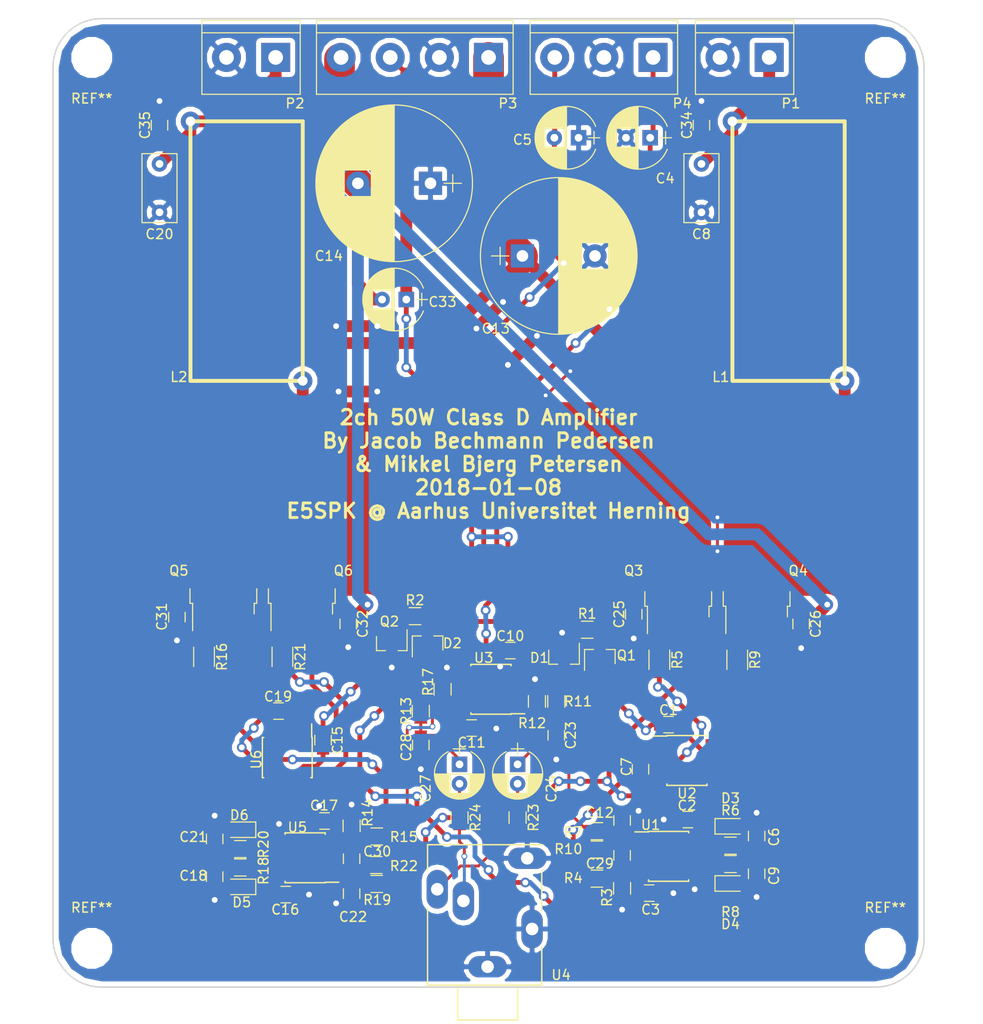
<source format=kicad_pcb>
(kicad_pcb (version 4) (host pcbnew 4.0.7-e2-6376~58~ubuntu16.04.1)
  (layers (0 F.Cu signal) (31 B.Cu signal) (34 B.Paste user) (35 F.Paste user) (36 B.SilkS user) (37 F.SilkS user) (38 B.Mask user) (39 F.Mask user) (44 Edge.Cuts user))
  (net 0 "")
  (net 1 +12V)
  (net 2 GND)
  (net 3 +5V)
  (net 4 -5V)
  (net 5 -12V)
  (net 6 "Net-(C6-Pad1)")
  (net 7 "Net-(C7-Pad1)")
  (net 8 "Net-(C9-Pad1)")
  (net 9 "Net-(C12-Pad1)")
  (net 10 VDD)
  (net 11 VSS)
  (net 12 "Net-(C18-Pad1)")
  (net 13 "Net-(C19-Pad1)")
  (net 14 "Net-(C21-Pad1)")
  (net 15 "Net-(C22-Pad1)")
  (net 16 "Net-(C23-Pad2)")
  (net 17 "Net-(C24-Pad2)")
  (net 18 "Net-(C27-Pad1)")
  (net 19 "Net-(C27-Pad2)")
  (net 20 "Net-(C29-Pad1)")
  (net 21 "Net-(C30-Pad1)")
  (net 22 /VSS+12V)
  (net 23 "Net-(D3-Pad1)")
  (net 24 "Net-(D4-Pad1)")
  (net 25 "Net-(D5-Pad1)")
  (net 26 "Net-(D6-Pad1)")
  (net 27 "Net-(Q3-Pad1)")
  (net 28 "Net-(Q4-Pad1)")
  (net 29 "Net-(Q5-Pad1)")
  (net 30 "Net-(Q6-Pad1)")
  (net 31 "Net-(R5-Pad2)")
  (net 32 "Net-(R12-Pad1)")
  (net 33 "Net-(R9-Pad2)")
  (net 34 "Net-(R11-Pad1)")
  (net 35 "Net-(R13-Pad1)")
  (net 36 "Net-(R16-Pad2)")
  (net 37 "Net-(R17-Pad1)")
  (net 38 "Net-(R21-Pad2)")
  (net 39 "Net-(R23-Pad2)")
  (net 40 "Net-(R24-Pad2)")
  (net 41 "Net-(U1-Pad1)")
  (net 42 "Net-(U5-Pad1)")
  (net 43 "Net-(D1-Pad3)")
  (net 44 "Net-(D2-Pad1)")
  (net 45 /RNODE)
  (net 46 /ROUT)
  (net 47 /LNODE)
  (net 48 /LOUT)
  (module Terminal_Blocks:TerminalBlock_bornier-4_P5.08mm (layer F.Cu) (at 65 19 180)
    (fp_text reference P3 (at -2 -4.75 180) (layer F.SilkS))
    (fp_text value CONN_01X04)
    (pad 2 thru_hole circle (at 5.08 0 180) (size 3 3) (drill 1.52) (layers *.Cu *.Mask) (net 2 GND))
    (pad 3 thru_hole circle (at 10.16 0 180) (size 3 3) (drill 1.52) (layers *.Cu *.Mask) (net 22 /VSS+12V))
    (pad 1 thru_hole rect (at 0 0 180) (size 3 3) (drill 1.52) (layers *.Cu *.Mask) (net 10 VDD))
    (pad 4 thru_hole circle (at 15.24 0 180) (size 3 3) (drill 1.52) (layers *.Cu *.Mask) (net 11 VSS))
  )
  (module Capacitors_SMD:C_0805 (layer F.Cu) (at 83.6 87.9)
    (fp_text reference C1 (at 0 -1.5) (layer F.SilkS))
    (fp_text value 100n)
    (pad 1 smd rect (at -1 0) (size 1 1.25) (layers F.Cu F.Paste F.Mask) (net 22 /VSS+12V))
    (pad 2 smd rect (at 1 0) (size 1 1.25) (layers F.Cu F.Paste F.Mask) (net 11 VSS))
  )
  (module Capacitors_SMD:C_0805 (layer F.Cu) (at 85.6 97.7 180)
    (fp_text reference C2 (at 0.1 1.45 180) (layer F.SilkS))
    (fp_text value 100n)
    (pad 1 smd rect (at -1 0 180) (size 1 1.25) (layers F.Cu F.Paste F.Mask) (net 3 +5V))
    (pad 2 smd rect (at 1 0 180) (size 1 1.25) (layers F.Cu F.Paste F.Mask) (net 2 GND))
  )
  (module Capacitors_SMD:C_0805 (layer F.Cu) (at 81.6 105.3)
    (fp_text reference C3 (at 0.15 1.7) (layer F.SilkS))
    (fp_text value 100n)
    (pad 1 smd rect (at -1 0) (size 1 1.25) (layers F.Cu F.Paste F.Mask) (net 4 -5V))
    (pad 2 smd rect (at 1 0) (size 1 1.25) (layers F.Cu F.Paste F.Mask) (net 2 GND))
  )
  (module Capacitors_ThroughHole:CP_Radial_D6.3mm_P2.50mm (layer F.Cu) (at 81.7 27.3 180)
    (fp_text reference C4 (at -1.55 -4.2 180) (layer F.SilkS))
    (fp_text value 100u)
    (pad 1 thru_hole rect (at 0 0 180) (size 1.6 1.6) (drill 0.8) (layers *.Cu *.Mask) (net 1 +12V))
    (pad 2 thru_hole circle (at 2.5 0 180) (size 1.6 1.6) (drill 0.8) (layers *.Cu *.Mask) (net 2 GND))
  )
  (module Capacitors_ThroughHole:CP_Radial_D6.3mm_P2.50mm (layer F.Cu) (at 74.3 27.3 180)
    (fp_text reference C5 (at 5.8 -0.2 180) (layer F.SilkS))
    (fp_text value 100u)
    (pad 1 thru_hole rect (at 0 0 180) (size 1.6 1.6) (drill 0.8) (layers *.Cu *.Mask) (net 2 GND))
    (pad 2 thru_hole circle (at 2.5 0 180) (size 1.6 1.6) (drill 0.8) (layers *.Cu *.Mask) (net 5 -12V))
  )
  (module Capacitors_SMD:C_0805 (layer F.Cu) (at 92.7 99.4 90)
    (fp_text reference C6 (at -0.1 1.8 90) (layer F.SilkS))
    (fp_text value 120p)
    (pad 1 smd rect (at -1 0 90) (size 1 1.25) (layers F.Cu F.Paste F.Mask) (net 6 "Net-(C6-Pad1)"))
    (pad 2 smd rect (at 1 0 90) (size 1 1.25) (layers F.Cu F.Paste F.Mask) (net 2 GND))
  )
  (module Capacitors_SMD:C_0805 (layer F.Cu) (at 80.7 92.5 270)
    (fp_text reference C7 (at -0.25 1.45 270) (layer F.SilkS))
    (fp_text value 100n)
    (pad 1 smd rect (at -1 0 270) (size 1 1.25) (layers F.Cu F.Paste F.Mask) (net 7 "Net-(C7-Pad1)"))
    (pad 2 smd rect (at 1 0 270) (size 1 1.25) (layers F.Cu F.Paste F.Mask) (net 45 /RNODE))
  )
  (module Capacitors_ThroughHole:C_Rect_L7.0mm_W3.5mm_P5.00mm (layer F.Cu) (at 87 30 270)
    (fp_text reference C8 (at 7.25 0 360) (layer F.SilkS))
    (fp_text value 390n)
    (pad 1 thru_hole circle (at 0 0 270) (size 1.6 1.6) (drill 0.8) (layers *.Cu *.Mask) (net 46 /ROUT))
    (pad 2 thru_hole circle (at 5 0 270) (size 1.6 1.6) (drill 0.8) (layers *.Cu *.Mask) (net 2 GND))
  )
  (module Capacitors_SMD:C_0805 (layer F.Cu) (at 92.7 103.3 270)
    (fp_text reference C9 (at 0.2 -1.8 270) (layer F.SilkS))
    (fp_text value 120p)
    (pad 1 smd rect (at -1 0 270) (size 1 1.25) (layers F.Cu F.Paste F.Mask) (net 8 "Net-(C9-Pad1)"))
    (pad 2 smd rect (at 1 0 270) (size 1 1.25) (layers F.Cu F.Paste F.Mask) (net 2 GND))
  )
  (module Capacitors_SMD:C_0805 (layer F.Cu) (at 67.25 80.25 180)
    (fp_text reference C10 (at 0 1.5 180) (layer F.SilkS))
    (fp_text value 100n)
    (pad 1 smd rect (at -1 0 180) (size 1 1.25) (layers F.Cu F.Paste F.Mask) (net 5 -12V))
    (pad 2 smd rect (at 1 0 180) (size 1 1.25) (layers F.Cu F.Paste F.Mask) (net 2 GND))
  )
  (module Capacitors_SMD:C_0805 (layer F.Cu) (at 63.25 88.25)
    (fp_text reference C11 (at 0 1.5) (layer F.SilkS))
    (fp_text value 100n)
    (pad 1 smd rect (at -1 0) (size 1 1.25) (layers F.Cu F.Paste F.Mask) (net 1 +12V))
    (pad 2 smd rect (at 1 0) (size 1 1.25) (layers F.Cu F.Paste F.Mask) (net 2 GND))
  )
  (module Capacitors_SMD:C_0805 (layer F.Cu) (at 78.8 97.8 90)
    (fp_text reference C12 (at 0.8 -2.3 180) (layer F.SilkS))
    (fp_text value 56n)
    (pad 1 smd rect (at -1 0 90) (size 1 1.25) (layers F.Cu F.Paste F.Mask) (net 9 "Net-(C12-Pad1)"))
    (pad 2 smd rect (at 1 0 90) (size 1 1.25) (layers F.Cu F.Paste F.Mask) (net 2 GND))
  )
  (module Capacitors_ThroughHole:CP_Radial_D16.0mm_P7.50mm (layer F.Cu) (at 68.5 39.5)
    (fp_text reference C13 (at -2.75 7.5) (layer F.SilkS))
    (fp_text value 2200u)
    (pad 1 thru_hole rect (at 0 0) (size 2.4 2.4) (drill 1.2) (layers *.Cu *.Mask) (net 10 VDD))
    (pad 2 thru_hole circle (at 7.5 0) (size 2.4 2.4) (drill 1.2) (layers *.Cu *.Mask) (net 2 GND))
  )
  (module Capacitors_ThroughHole:CP_Radial_D16.0mm_P7.50mm (layer F.Cu) (at 59 32 180)
    (fp_text reference C14 (at 10.5 -7.5 180) (layer F.SilkS))
    (fp_text value 2200u)
    (pad 1 thru_hole rect (at 0 0 180) (size 2.4 2.4) (drill 1.2) (layers *.Cu *.Mask) (net 2 GND))
    (pad 2 thru_hole circle (at 7.5 0 180) (size 2.4 2.4) (drill 1.2) (layers *.Cu *.Mask) (net 11 VSS))
  )
  (module Capacitors_SMD:C_0805 (layer F.Cu) (at 47.9 89.5 270)
    (fp_text reference C15 (at 0 -1.5 270) (layer F.SilkS))
    (fp_text value 100n)
    (pad 1 smd rect (at -1 0 270) (size 1 1.25) (layers F.Cu F.Paste F.Mask) (net 22 /VSS+12V))
    (pad 2 smd rect (at 1 0 270) (size 1 1.25) (layers F.Cu F.Paste F.Mask) (net 11 VSS))
  )
  (module Capacitors_SMD:C_0805 (layer F.Cu) (at 44.05 105.45)
    (fp_text reference C16 (at -0.05 1.55) (layer F.SilkS))
    (fp_text value 100n)
    (pad 1 smd rect (at -1 0) (size 1 1.25) (layers F.Cu F.Paste F.Mask) (net 3 +5V))
    (pad 2 smd rect (at 1 0) (size 1 1.25) (layers F.Cu F.Paste F.Mask) (net 2 GND))
  )
  (module Capacitors_SMD:C_0805 (layer F.Cu) (at 48.05 97.85 180)
    (fp_text reference C17 (at 0.05 1.6 180) (layer F.SilkS))
    (fp_text value 100n)
    (pad 1 smd rect (at -1 0 180) (size 1 1.25) (layers F.Cu F.Paste F.Mask) (net 4 -5V))
    (pad 2 smd rect (at 1 0 180) (size 1 1.25) (layers F.Cu F.Paste F.Mask) (net 2 GND))
  )
  (module Capacitors_SMD:C_0805 (layer F.Cu) (at 36.7 103.6 270)
    (fp_text reference C18 (at -0.1 2.2 360) (layer F.SilkS))
    (fp_text value 120p)
    (pad 1 smd rect (at -1 0 270) (size 1 1.25) (layers F.Cu F.Paste F.Mask) (net 12 "Net-(C18-Pad1)"))
    (pad 2 smd rect (at 1 0 270) (size 1 1.25) (layers F.Cu F.Paste F.Mask) (net 2 GND))
  )
  (module Capacitors_SMD:C_0805 (layer F.Cu) (at 43.3 86.5 180)
    (fp_text reference C19 (at 0.05 1.5 180) (layer F.SilkS))
    (fp_text value 100n)
    (pad 1 smd rect (at -1 0 180) (size 1 1.25) (layers F.Cu F.Paste F.Mask) (net 13 "Net-(C19-Pad1)"))
    (pad 2 smd rect (at 1 0 180) (size 1 1.25) (layers F.Cu F.Paste F.Mask) (net 47 /LNODE))
  )
  (module Capacitors_ThroughHole:C_Rect_L7.0mm_W3.5mm_P5.00mm (layer F.Cu) (at 31 30 270)
    (fp_text reference C20 (at 7.25 0 360) (layer F.SilkS))
    (fp_text value 390n)
    (pad 1 thru_hole circle (at 0 0 270) (size 1.6 1.6) (drill 0.8) (layers *.Cu *.Mask) (net 48 /LOUT))
    (pad 2 thru_hole circle (at 5 0 270) (size 1.6 1.6) (drill 0.8) (layers *.Cu *.Mask) (net 2 GND))
  )
  (module Capacitors_SMD:C_0805 (layer F.Cu) (at 36.7 99.7 90)
    (fp_text reference C21 (at 0.2 -2.2 180) (layer F.SilkS))
    (fp_text value 120p)
    (pad 1 smd rect (at -1 0 90) (size 1 1.25) (layers F.Cu F.Paste F.Mask) (net 14 "Net-(C21-Pad1)"))
    (pad 2 smd rect (at 1 0 90) (size 1 1.25) (layers F.Cu F.Paste F.Mask) (net 2 GND))
  )
  (module Capacitors_SMD:C_0805 (layer F.Cu) (at 50.85 105.35 270)
    (fp_text reference C22 (at 2.4 -0.15 360) (layer F.SilkS))
    (fp_text value 56n)
    (pad 1 smd rect (at -1 0 270) (size 1 1.25) (layers F.Cu F.Paste F.Mask) (net 15 "Net-(C22-Pad1)"))
    (pad 2 smd rect (at 1 0 270) (size 1 1.25) (layers F.Cu F.Paste F.Mask) (net 2 GND))
  )
  (module Capacitors_SMD:C_0805 (layer F.Cu) (at 72 89 90)
    (fp_text reference C23 (at 0 1.5 90) (layer F.SilkS))
    (fp_text value 100n)
    (pad 1 smd rect (at -1 0 90) (size 1 1.25) (layers F.Cu F.Paste F.Mask) (net 2 GND))
    (pad 2 smd rect (at 1 0 90) (size 1 1.25) (layers F.Cu F.Paste F.Mask) (net 16 "Net-(C23-Pad2)"))
  )
  (module Capacitors_ThroughHole:CP_Radial_D5.0mm_P2.00mm (layer F.Cu) (at 68 92 270)
    (fp_text reference C24 (at 2.5 -3.5 270) (layer F.SilkS))
    (fp_text value 5.6u)
    (pad 1 thru_hole rect (at 0 0 270) (size 1.6 1.6) (drill 0.8) (layers *.Cu *.Mask) (net 16 "Net-(C23-Pad2)"))
    (pad 2 thru_hole circle (at 2 0 270) (size 1.6 1.6) (drill 0.8) (layers *.Cu *.Mask) (net 17 "Net-(C24-Pad2)"))
  )
  (module Capacitors_SMD:C_0805 (layer F.Cu) (at 80 76.5 270)
    (fp_text reference C25 (at 0 1.5 270) (layer F.SilkS))
    (fp_text value 100n)
    (pad 1 smd rect (at -1 0 270) (size 1 1.25) (layers F.Cu F.Paste F.Mask) (net 10 VDD))
    (pad 2 smd rect (at 1 0 270) (size 1 1.25) (layers F.Cu F.Paste F.Mask) (net 2 GND))
  )
  (module Capacitors_SMD:C_0805 (layer F.Cu) (at 97.3 77.5 270)
    (fp_text reference C26 (at 0 -1.5 270) (layer F.SilkS))
    (fp_text value 100n)
    (pad 1 smd rect (at -1 0 270) (size 1 1.25) (layers F.Cu F.Paste F.Mask) (net 11 VSS))
    (pad 2 smd rect (at 1 0 270) (size 1 1.25) (layers F.Cu F.Paste F.Mask) (net 2 GND))
  )
  (module Capacitors_ThroughHole:CP_Radial_D5.0mm_P2.00mm (layer F.Cu) (at 62 92 270)
    (fp_text reference C27 (at 2.5 3.5 270) (layer F.SilkS))
    (fp_text value 5.6u)
    (pad 1 thru_hole rect (at 0 0 270) (size 1.6 1.6) (drill 0.8) (layers *.Cu *.Mask) (net 18 "Net-(C27-Pad1)"))
    (pad 2 thru_hole circle (at 2 0 270) (size 1.6 1.6) (drill 0.8) (layers *.Cu *.Mask) (net 19 "Net-(C27-Pad2)"))
  )
  (module Capacitors_SMD:C_0805 (layer F.Cu) (at 58 90 270)
    (fp_text reference C28 (at 0.25 1.5 270) (layer F.SilkS))
    (fp_text value 100n)
    (pad 1 smd rect (at -1 0 270) (size 1 1.25) (layers F.Cu F.Paste F.Mask) (net 18 "Net-(C27-Pad1)"))
    (pad 2 smd rect (at 1 0 270) (size 1 1.25) (layers F.Cu F.Paste F.Mask) (net 2 GND))
  )
  (module Capacitors_SMD:C_0805 (layer F.Cu) (at 78.8 101.4 90)
    (fp_text reference C29 (at -0.85 -2.3 180) (layer F.SilkS))
    (fp_text value 22p)
    (pad 1 smd rect (at -1 0 90) (size 1 1.25) (layers F.Cu F.Paste F.Mask) (net 20 "Net-(C29-Pad1)"))
    (pad 2 smd rect (at 1 0 90) (size 1 1.25) (layers F.Cu F.Paste F.Mask) (net 9 "Net-(C12-Pad1)"))
  )
  (module Capacitors_SMD:C_0805 (layer F.Cu) (at 50.85 101.75 270)
    (fp_text reference C30 (at -0.75 -2.65 360) (layer F.SilkS))
    (fp_text value 22p)
    (pad 1 smd rect (at -1 0 270) (size 1 1.25) (layers F.Cu F.Paste F.Mask) (net 21 "Net-(C30-Pad1)"))
    (pad 2 smd rect (at 1 0 270) (size 1 1.25) (layers F.Cu F.Paste F.Mask) (net 15 "Net-(C22-Pad1)"))
  )
  (module Capacitors_SMD:C_0805 (layer F.Cu) (at 32.8 76.8 270)
    (fp_text reference C31 (at -0.05 1.55 270) (layer F.SilkS))
    (fp_text value 100n)
    (pad 1 smd rect (at -1 0 270) (size 1 1.25) (layers F.Cu F.Paste F.Mask) (net 10 VDD))
    (pad 2 smd rect (at 1 0 270) (size 1 1.25) (layers F.Cu F.Paste F.Mask) (net 2 GND))
  )
  (module Capacitors_SMD:C_0805 (layer F.Cu) (at 50.5 77.5 270)
    (fp_text reference C32 (at 0 -1.5 270) (layer F.SilkS))
    (fp_text value 100n)
    (pad 1 smd rect (at -1 0 270) (size 1 1.25) (layers F.Cu F.Paste F.Mask) (net 11 VSS))
    (pad 2 smd rect (at 1 0 270) (size 1 1.25) (layers F.Cu F.Paste F.Mask) (net 2 GND))
  )
  (module Capacitors_ThroughHole:CP_Radial_D6.3mm_P2.50mm (layer F.Cu) (at 56.5 44 180)
    (fp_text reference C33 (at -3.75 -0.25 180) (layer F.SilkS))
    (fp_text value 100u)
    (pad 1 thru_hole rect (at 0 0 180) (size 1.6 1.6) (drill 0.8) (layers *.Cu *.Mask) (net 22 /VSS+12V))
    (pad 2 thru_hole circle (at 2.5 0 180) (size 1.6 1.6) (drill 0.8) (layers *.Cu *.Mask) (net 11 VSS))
  )
  (module TO_SOT_Packages_SMD:SOT-23 (layer F.Cu) (at 72.8 80.9 270)
    (fp_text reference D1 (at 0.1 2.55 360) (layer F.SilkS))
    (fp_text value BZX84C5V6)
    (pad 1 smd rect (at -1 -0.95 270) (size 0.9 0.8) (layers F.Cu F.Paste F.Mask) (net 2 GND))
    (pad 2 smd rect (at -1 0.95 270) (size 0.9 0.8) (layers F.Cu F.Paste F.Mask))
    (pad 3 smd rect (at 1 0 270) (size 0.9 0.8) (layers F.Cu F.Paste F.Mask) (net 43 "Net-(D1-Pad3)"))
  )
  (module TO_SOT_Packages_SMD:SOT-23 (layer F.Cu) (at 55 79.5 270)
    (fp_text reference D2 (at 0 -6.25 360) (layer F.SilkS))
    (fp_text value BZX84C5V6)
    (pad 1 smd rect (at -1 -0.95 270) (size 0.9 0.8) (layers F.Cu F.Paste F.Mask) (net 44 "Net-(D2-Pad1)"))
    (pad 2 smd rect (at -1 0.95 270) (size 0.9 0.8) (layers F.Cu F.Paste F.Mask))
    (pad 3 smd rect (at 1 0 270) (size 0.9 0.8) (layers F.Cu F.Paste F.Mask) (net 2 GND))
  )
  (module Diodes_SMD:D_0805 (layer F.Cu) (at 90 98.4)
    (fp_text reference D3 (at 0 -2.9) (layer F.SilkS))
    (fp_text value TS4148RY)
    (pad 1 smd rect (at -1.05 0) (size 0.8 0.9) (layers F.Cu F.Paste F.Mask) (net 23 "Net-(D3-Pad1)"))
    (pad 2 smd rect (at 1.05 0) (size 0.8 0.9) (layers F.Cu F.Paste F.Mask) (net 6 "Net-(C6-Pad1)"))
  )
  (module Diodes_SMD:D_0805 (layer F.Cu) (at 90 104.3)
    (fp_text reference D4 (at 0 4.2) (layer F.SilkS))
    (fp_text value TS4148RY)
    (pad 1 smd rect (at -1.05 0) (size 0.8 0.9) (layers F.Cu F.Paste F.Mask) (net 24 "Net-(D4-Pad1)"))
    (pad 2 smd rect (at 1.05 0) (size 0.8 0.9) (layers F.Cu F.Paste F.Mask) (net 8 "Net-(C9-Pad1)"))
  )
  (module Diodes_SMD:D_0805 (layer F.Cu) (at 39.35 104.65 180)
    (fp_text reference D5 (at -0.15 -1.6 180) (layer F.SilkS))
    (fp_text value TS4148RY)
    (pad 1 smd rect (at -1.05 0 180) (size 0.8 0.9) (layers F.Cu F.Paste F.Mask) (net 25 "Net-(D5-Pad1)"))
    (pad 2 smd rect (at 1.05 0 180) (size 0.8 0.9) (layers F.Cu F.Paste F.Mask) (net 12 "Net-(C18-Pad1)"))
  )
  (module Diodes_SMD:D_0805 (layer F.Cu) (at 39.35 98.75 180)
    (fp_text reference D6 (at 0.1 1.5 180) (layer F.SilkS))
    (fp_text value TS4148RY)
    (pad 1 smd rect (at -1.05 0 180) (size 0.8 0.9) (layers F.Cu F.Paste F.Mask) (net 26 "Net-(D6-Pad1)"))
    (pad 2 smd rect (at 1.05 0 180) (size 0.8 0.9) (layers F.Cu F.Paste F.Mask) (net 14 "Net-(C21-Pad1)"))
  )
  (module e5spk:3C20 (layer F.Cu) (at 96 39 90)
    (fp_text reference L1 (at -13 -7 180) (layer F.SilkS))
    (fp_text value 51u)
    (pad 2 thru_hole circle (at 13.4 -5.8 90) (size 2 2) (drill 1) (layers *.Cu *.Mask) (net 46 /ROUT))
    (pad 1 thru_hole circle (at -13.4 5.8 90) (size 2 2) (drill 1) (layers *.Cu *.Mask) (net 45 /RNODE))
  )
  (module e5spk:3C20 (layer F.Cu) (at 40 39 90)
    (fp_text reference L2 (at -13 -7 180) (layer F.SilkS))
    (fp_text value 51u)
    (pad 2 thru_hole circle (at 13.4 -5.8 90) (size 2 2) (drill 1) (layers *.Cu *.Mask) (net 48 /LOUT))
    (pad 1 thru_hole circle (at -13.4 5.8 90) (size 2 2) (drill 1) (layers *.Cu *.Mask) (net 47 /LNODE))
  )
  (module Terminal_Blocks:TerminalBlock_bornier-2_P5.08mm (layer F.Cu) (at 94 19 180)
    (fp_text reference P1 (at -2.25 -4.75 180) (layer F.SilkS))
    (fp_text value ROUT)
    (pad 1 thru_hole rect (at 0 0 180) (size 3 3) (drill 1.52) (layers *.Cu *.Mask) (net 46 /ROUT))
    (pad 2 thru_hole circle (at 5.08 0 180) (size 3 3) (drill 1.52) (layers *.Cu *.Mask) (net 2 GND))
  )
  (module Terminal_Blocks:TerminalBlock_bornier-2_P5.08mm (layer F.Cu) (at 43 19 180)
    (fp_text reference P2 (at -2 -4.75 180) (layer F.SilkS))
    (fp_text value LOUT)
    (pad 1 thru_hole rect (at 0 0 180) (size 3 3) (drill 1.52) (layers *.Cu *.Mask) (net 48 /LOUT))
    (pad 2 thru_hole circle (at 5.08 0 180) (size 3 3) (drill 1.52) (layers *.Cu *.Mask) (net 2 GND))
  )
  (module Terminal_Blocks:TerminalBlock_bornier-3_P5.08mm (layer F.Cu) (at 82 19 180)
    (fp_text reference P4 (at -3 -4.75 180) (layer F.SilkS))
    (fp_text value 2x12V)
    (pad 1 thru_hole rect (at 0 0 180) (size 3 3) (drill 1.52) (layers *.Cu *.Mask) (net 1 +12V))
    (pad 2 thru_hole circle (at 5.08 0 180) (size 3 3) (drill 1.52) (layers *.Cu *.Mask) (net 2 GND))
    (pad 3 thru_hole circle (at 10.16 0 180) (size 3 3) (drill 1.52) (layers *.Cu *.Mask) (net 5 -12V))
  )
  (module TO_SOT_Packages_SMD:SOT-23 (layer F.Cu) (at 76.5 80.9 90)
    (fp_text reference Q1 (at 0.15 2.75 180) (layer F.SilkS))
    (fp_text value BC847)
    (pad 1 smd rect (at -1 -0.95 90) (size 0.9 0.8) (layers F.Cu F.Paste F.Mask) (net 43 "Net-(D1-Pad3)"))
    (pad 2 smd rect (at -1 0.95 90) (size 0.9 0.8) (layers F.Cu F.Paste F.Mask) (net 3 +5V))
    (pad 3 smd rect (at 1 0 90) (size 0.9 0.8) (layers F.Cu F.Paste F.Mask) (net 1 +12V))
  )
  (module TO_SOT_Packages_SMD:SOT-23 (layer F.Cu) (at 58.7 79.5 90)
    (fp_text reference Q2 (at 2.25 -3.95 180) (layer F.SilkS))
    (fp_text value BC857)
    (pad 1 smd rect (at -1 -0.95 90) (size 0.9 0.8) (layers F.Cu F.Paste F.Mask) (net 44 "Net-(D2-Pad1)"))
    (pad 2 smd rect (at -1 0.95 90) (size 0.9 0.8) (layers F.Cu F.Paste F.Mask) (net 4 -5V))
    (pad 3 smd rect (at 1 0 90) (size 0.9 0.8) (layers F.Cu F.Paste F.Mask) (net 5 -12V))
  )
  (module TO_SOT_Packages_SMD:TO-252-2 (layer F.Cu) (at 84.6 73.2 90)
    (fp_text reference Q3 (at 1.2 -4.6 180) (layer F.SilkS))
    (fp_text value IPD180N10)
    (pad 1 smd rect (at -4.2 -2.28 90) (size 2.2 1.2) (layers F.Cu F.Paste F.Mask) (net 27 "Net-(Q3-Pad1)"))
    (pad 3 smd rect (at -4.2 2.28 90) (size 2.2 1.2) (layers F.Cu F.Paste F.Mask) (net 45 /RNODE))
    (pad 2 smd rect (at 2.1 0 90) (size 6.4 5.8) (layers F.Cu F.Mask) (net 10 VDD))
    (pad 2 smd rect (at 3.775 1.525 90) (size 3.05 2.75) (layers F.Cu F.Paste) (net 10 VDD))
    (pad 2 smd rect (at 0.425 -1.525 90) (size 3.05 2.75) (layers F.Cu F.Paste) (net 10 VDD))
    (pad 2 smd rect (at 3.775 -1.525 90) (size 3.05 2.75) (layers F.Cu F.Paste) (net 10 VDD))
    (pad 2 smd rect (at 0.425 1.525 90) (size 3.05 2.75) (layers F.Cu F.Paste) (net 10 VDD))
  )
  (module TO_SOT_Packages_SMD:TO-252-2 (layer F.Cu) (at 92.7 73.2 90)
    (fp_text reference Q4 (at 1.2 4.3 180) (layer F.SilkS))
    (fp_text value IPD180N10)
    (pad 1 smd rect (at -4.2 -2.28 90) (size 2.2 1.2) (layers F.Cu F.Paste F.Mask) (net 28 "Net-(Q4-Pad1)"))
    (pad 3 smd rect (at -4.2 2.28 90) (size 2.2 1.2) (layers F.Cu F.Paste F.Mask) (net 11 VSS))
    (pad 2 smd rect (at 2.1 0 90) (size 6.4 5.8) (layers F.Cu F.Mask) (net 45 /RNODE))
    (pad 2 smd rect (at 3.775 1.525 90) (size 3.05 2.75) (layers F.Cu F.Paste) (net 45 /RNODE))
    (pad 2 smd rect (at 0.425 -1.525 90) (size 3.05 2.75) (layers F.Cu F.Paste) (net 45 /RNODE))
    (pad 2 smd rect (at 3.775 -1.525 90) (size 3.05 2.75) (layers F.Cu F.Paste) (net 45 /RNODE))
    (pad 2 smd rect (at 0.425 1.525 90) (size 3.05 2.75) (layers F.Cu F.Paste) (net 45 /RNODE))
  )
  (module TO_SOT_Packages_SMD:TO-252-2 (layer F.Cu) (at 37.6 72.9 90)
    (fp_text reference Q5 (at 0.9 -4.6 180) (layer F.SilkS))
    (fp_text value IPD180N10)
    (pad 1 smd rect (at -4.2 -2.28 90) (size 2.2 1.2) (layers F.Cu F.Paste F.Mask) (net 29 "Net-(Q5-Pad1)"))
    (pad 3 smd rect (at -4.2 2.28 90) (size 2.2 1.2) (layers F.Cu F.Paste F.Mask) (net 47 /LNODE))
    (pad 2 smd rect (at 2.1 0 90) (size 6.4 5.8) (layers F.Cu F.Mask) (net 10 VDD))
    (pad 2 smd rect (at 3.775 1.525 90) (size 3.05 2.75) (layers F.Cu F.Paste) (net 10 VDD))
    (pad 2 smd rect (at 0.425 -1.525 90) (size 3.05 2.75) (layers F.Cu F.Paste) (net 10 VDD))
    (pad 2 smd rect (at 3.775 -1.525 90) (size 3.05 2.75) (layers F.Cu F.Paste) (net 10 VDD))
    (pad 2 smd rect (at 0.425 1.525 90) (size 3.05 2.75) (layers F.Cu F.Paste) (net 10 VDD))
  )
  (module TO_SOT_Packages_SMD:TO-252-2 (layer F.Cu) (at 45.7 72.9 90)
    (fp_text reference Q6 (at 0.9 4.3 180) (layer F.SilkS))
    (fp_text value IPD180N10)
    (pad 1 smd rect (at -4.2 -2.28 90) (size 2.2 1.2) (layers F.Cu F.Paste F.Mask) (net 30 "Net-(Q6-Pad1)"))
    (pad 3 smd rect (at -4.2 2.28 90) (size 2.2 1.2) (layers F.Cu F.Paste F.Mask) (net 11 VSS))
    (pad 2 smd rect (at 2.1 0 90) (size 6.4 5.8) (layers F.Cu F.Mask) (net 47 /LNODE))
    (pad 2 smd rect (at 3.775 1.525 90) (size 3.05 2.75) (layers F.Cu F.Paste) (net 47 /LNODE))
    (pad 2 smd rect (at 0.425 -1.525 90) (size 3.05 2.75) (layers F.Cu F.Paste) (net 47 /LNODE))
    (pad 2 smd rect (at 3.775 -1.525 90) (size 3.05 2.75) (layers F.Cu F.Paste) (net 47 /LNODE))
    (pad 2 smd rect (at 0.425 1.525 90) (size 3.05 2.75) (layers F.Cu F.Paste) (net 47 /LNODE))
  )
  (module Resistors_SMD:R_0805 (layer F.Cu) (at 75.2 78.1)
    (fp_text reference R1 (at 0 -1.65) (layer F.SilkS))
    (fp_text value 2.2k)
    (pad 1 smd rect (at -0.95 0) (size 0.7 1.3) (layers F.Cu F.Paste F.Mask) (net 43 "Net-(D1-Pad3)"))
    (pad 2 smd rect (at 0.95 0) (size 0.7 1.3) (layers F.Cu F.Paste F.Mask) (net 1 +12V))
  )
  (module Resistors_SMD:R_0805 (layer F.Cu) (at 57.4 76.7)
    (fp_text reference R2 (at 0 -1.65) (layer F.SilkS))
    (fp_text value 2.2k)
    (pad 1 smd rect (at -0.95 0) (size 0.7 1.3) (layers F.Cu F.Paste F.Mask) (net 44 "Net-(D2-Pad1)"))
    (pad 2 smd rect (at 0.95 0) (size 0.7 1.3) (layers F.Cu F.Paste F.Mask) (net 5 -12V))
  )
  (module Resistors_SMD:R_0805 (layer F.Cu) (at 78.8 104.8 270)
    (fp_text reference R3 (at 0.95 1.55 270) (layer F.SilkS))
    (fp_text value 100)
    (pad 1 smd rect (at -0.95 0 270) (size 0.7 1.3) (layers F.Cu F.Paste F.Mask) (net 20 "Net-(C29-Pad1)"))
    (pad 2 smd rect (at 0.95 0 270) (size 0.7 1.3) (layers F.Cu F.Paste F.Mask) (net 2 GND))
  )
  (module Resistors_SMD:R_0805 (layer F.Cu) (at 76.2 103.8)
    (fp_text reference R4 (at -2.45 -0.05) (layer F.SilkS))
    (fp_text value 100k)
    (pad 1 smd rect (at -0.95 0) (size 0.7 1.3) (layers F.Cu F.Paste F.Mask) (net 45 /RNODE))
    (pad 2 smd rect (at 0.95 0) (size 0.7 1.3) (layers F.Cu F.Paste F.Mask) (net 20 "Net-(C29-Pad1)"))
  )
  (module Resistors_SMD:R_1206 (layer F.Cu) (at 82.65 81.2 270)
    (fp_text reference R5 (at 0 -1.85 270) (layer F.SilkS))
    (fp_text value 4.7)
    (pad 1 smd rect (at -1.45 0 270) (size 0.9 1.7) (layers F.Cu F.Paste F.Mask) (net 27 "Net-(Q3-Pad1)"))
    (pad 2 smd rect (at 1.45 0 270) (size 0.9 1.7) (layers F.Cu F.Paste F.Mask) (net 31 "Net-(R5-Pad2)"))
  )
  (module Resistors_SMD:R_0805 (layer F.Cu) (at 90 100.4 180)
    (fp_text reference R6 (at 0 3.65 180) (layer F.SilkS))
    (fp_text value 1k)
    (pad 1 smd rect (at -0.95 0 180) (size 0.7 1.3) (layers F.Cu F.Paste F.Mask) (net 6 "Net-(C6-Pad1)"))
    (pad 2 smd rect (at 0.95 0 180) (size 0.7 1.3) (layers F.Cu F.Paste F.Mask) (net 23 "Net-(D3-Pad1)"))
  )
  (module Resistors_SMD:R_0805 (layer F.Cu) (at 76.2 98.9 180)
    (fp_text reference R7 (at 2.45 -0.1 180) (layer F.SilkS))
    (fp_text value 1k)
    (pad 1 smd rect (at -0.95 0 180) (size 0.7 1.3) (layers F.Cu F.Paste F.Mask) (net 9 "Net-(C12-Pad1)"))
    (pad 2 smd rect (at 0.95 0 180) (size 0.7 1.3) (layers F.Cu F.Paste F.Mask) (net 32 "Net-(R12-Pad1)"))
  )
  (module Resistors_SMD:R_0805 (layer F.Cu) (at 90 102.3 180)
    (fp_text reference R8 (at 0 -4.95 360) (layer F.SilkS))
    (fp_text value 1k)
    (pad 1 smd rect (at -0.95 0 180) (size 0.7 1.3) (layers F.Cu F.Paste F.Mask) (net 8 "Net-(C9-Pad1)"))
    (pad 2 smd rect (at 0.95 0 180) (size 0.7 1.3) (layers F.Cu F.Paste F.Mask) (net 24 "Net-(D4-Pad1)"))
  )
  (module Resistors_SMD:R_1206 (layer F.Cu) (at 90.7 81.2 270)
    (fp_text reference R9 (at 0 -1.85 270) (layer F.SilkS))
    (fp_text value 4.7)
    (pad 1 smd rect (at -1.45 0 270) (size 0.9 1.7) (layers F.Cu F.Paste F.Mask) (net 28 "Net-(Q4-Pad1)"))
    (pad 2 smd rect (at 1.45 0 270) (size 0.9 1.7) (layers F.Cu F.Paste F.Mask) (net 33 "Net-(R9-Pad2)"))
  )
  (module Resistors_SMD:R_0805 (layer F.Cu) (at 76.2 100.8)
    (fp_text reference R10 (at -2.95 -0.05) (layer F.SilkS))
    (fp_text value 10k)
    (pad 1 smd rect (at -0.95 0) (size 0.7 1.3) (layers F.Cu F.Paste F.Mask) (net 45 /RNODE))
    (pad 2 smd rect (at 0.95 0) (size 0.7 1.3) (layers F.Cu F.Paste F.Mask) (net 9 "Net-(C12-Pad1)"))
  )
  (module Resistors_SMD:R_0805 (layer F.Cu) (at 72 85.5 270)
    (fp_text reference R11 (at 0 -2.25 360) (layer F.SilkS))
    (fp_text value 10k)
    (pad 1 smd rect (at -0.95 0 270) (size 0.7 1.3) (layers F.Cu F.Paste F.Mask) (net 34 "Net-(R11-Pad1)"))
    (pad 2 smd rect (at 0.95 0 270) (size 0.7 1.3) (layers F.Cu F.Paste F.Mask) (net 16 "Net-(C23-Pad2)"))
  )
  (module Resistors_SMD:R_0805 (layer F.Cu) (at 70 85.5 90)
    (fp_text reference R12 (at -2.25 -0.5 180) (layer F.SilkS))
    (fp_text value 33k)
    (pad 1 smd rect (at -0.95 0 90) (size 0.7 1.3) (layers F.Cu F.Paste F.Mask) (net 32 "Net-(R12-Pad1)"))
    (pad 2 smd rect (at 0.95 0 90) (size 0.7 1.3) (layers F.Cu F.Paste F.Mask) (net 34 "Net-(R11-Pad1)"))
  )
  (module Resistors_SMD:R_0805 (layer F.Cu) (at 58 86.5 270)
    (fp_text reference R13 (at 0 1.5 270) (layer F.SilkS))
    (fp_text value 10k)
    (pad 1 smd rect (at -0.95 0 270) (size 0.7 1.3) (layers F.Cu F.Paste F.Mask) (net 35 "Net-(R13-Pad1)"))
    (pad 2 smd rect (at 0.95 0 270) (size 0.7 1.3) (layers F.Cu F.Paste F.Mask) (net 18 "Net-(C27-Pad1)"))
  )
  (module Resistors_SMD:R_0805 (layer F.Cu) (at 50.85 98.35 90)
    (fp_text reference R14 (at 1.35 1.65 90) (layer F.SilkS))
    (fp_text value 100)
    (pad 1 smd rect (at -0.95 0 90) (size 0.7 1.3) (layers F.Cu F.Paste F.Mask) (net 21 "Net-(C30-Pad1)"))
    (pad 2 smd rect (at 0.95 0 90) (size 0.7 1.3) (layers F.Cu F.Paste F.Mask) (net 2 GND))
  )
  (module Resistors_SMD:R_0805 (layer F.Cu) (at 53.45 99.45 180)
    (fp_text reference R15 (at -2.8 -0.05 180) (layer F.SilkS))
    (fp_text value 100k)
    (pad 1 smd rect (at -0.95 0 180) (size 0.7 1.3) (layers F.Cu F.Paste F.Mask) (net 47 /LNODE))
    (pad 2 smd rect (at 0.95 0 180) (size 0.7 1.3) (layers F.Cu F.Paste F.Mask) (net 21 "Net-(C30-Pad1)"))
  )
  (module Resistors_SMD:R_1206 (layer F.Cu) (at 35.6 80.9 270)
    (fp_text reference R16 (at 0 -1.85 270) (layer F.SilkS))
    (fp_text value 4.7)
    (pad 1 smd rect (at -1.45 0 270) (size 0.9 1.7) (layers F.Cu F.Paste F.Mask) (net 29 "Net-(Q5-Pad1)"))
    (pad 2 smd rect (at 1.45 0 270) (size 0.9 1.7) (layers F.Cu F.Paste F.Mask) (net 36 "Net-(R16-Pad2)"))
  )
  (module Resistors_SMD:R_0805 (layer F.Cu) (at 60.25 84.25 90)
    (fp_text reference R17 (at 0.75 -1.5 90) (layer F.SilkS))
    (fp_text value 33k)
    (pad 1 smd rect (at -0.95 0 90) (size 0.7 1.3) (layers F.Cu F.Paste F.Mask) (net 37 "Net-(R17-Pad1)"))
    (pad 2 smd rect (at 0.95 0 90) (size 0.7 1.3) (layers F.Cu F.Paste F.Mask) (net 35 "Net-(R13-Pad1)"))
  )
  (module Resistors_SMD:R_0805 (layer F.Cu) (at 39.35 102.65)
    (fp_text reference R18 (at 2.4 0.35 90) (layer F.SilkS))
    (fp_text value 1k)
    (pad 1 smd rect (at -0.95 0) (size 0.7 1.3) (layers F.Cu F.Paste F.Mask) (net 12 "Net-(C18-Pad1)"))
    (pad 2 smd rect (at 0.95 0) (size 0.7 1.3) (layers F.Cu F.Paste F.Mask) (net 25 "Net-(D5-Pad1)"))
  )
  (module Resistors_SMD:R_0805 (layer F.Cu) (at 53.45 104.35)
    (fp_text reference R19 (at 0.05 1.65) (layer F.SilkS))
    (fp_text value 1k)
    (pad 1 smd rect (at -0.95 0) (size 0.7 1.3) (layers F.Cu F.Paste F.Mask) (net 15 "Net-(C22-Pad1)"))
    (pad 2 smd rect (at 0.95 0) (size 0.7 1.3) (layers F.Cu F.Paste F.Mask) (net 37 "Net-(R17-Pad1)"))
  )
  (module Resistors_SMD:R_0805 (layer F.Cu) (at 39.35 100.75)
    (fp_text reference R20 (at 2.4 -0.5 90) (layer F.SilkS))
    (fp_text value 1k)
    (pad 1 smd rect (at -0.95 0) (size 0.7 1.3) (layers F.Cu F.Paste F.Mask) (net 14 "Net-(C21-Pad1)"))
    (pad 2 smd rect (at 0.95 0) (size 0.7 1.3) (layers F.Cu F.Paste F.Mask) (net 26 "Net-(D6-Pad1)"))
  )
  (module Resistors_SMD:R_1206 (layer F.Cu) (at 43.7 80.9 270)
    (fp_text reference R21 (at 0 -1.85 270) (layer F.SilkS))
    (fp_text value 4.7)
    (pad 1 smd rect (at -1.45 0 270) (size 0.9 1.7) (layers F.Cu F.Paste F.Mask) (net 30 "Net-(Q6-Pad1)"))
    (pad 2 smd rect (at 1.45 0 270) (size 0.9 1.7) (layers F.Cu F.Paste F.Mask) (net 38 "Net-(R21-Pad2)"))
  )
  (module Resistors_SMD:R_0805 (layer F.Cu) (at 53.4 102.4 180)
    (fp_text reference R22 (at -2.85 -0.1 180) (layer F.SilkS))
    (fp_text value 10k)
    (pad 1 smd rect (at -0.95 0 180) (size 0.7 1.3) (layers F.Cu F.Paste F.Mask) (net 47 /LNODE))
    (pad 2 smd rect (at 0.95 0 180) (size 0.7 1.3) (layers F.Cu F.Paste F.Mask) (net 15 "Net-(C22-Pad1)"))
  )
  (module Resistors_SMD:R_0805 (layer F.Cu) (at 68 97.5 270)
    (fp_text reference R23 (at 0 -1.65 270) (layer F.SilkS))
    (fp_text value 39)
    (pad 1 smd rect (at -0.95 0 270) (size 0.7 1.3) (layers F.Cu F.Paste F.Mask) (net 17 "Net-(C24-Pad2)"))
    (pad 2 smd rect (at 0.95 0 270) (size 0.7 1.3) (layers F.Cu F.Paste F.Mask) (net 39 "Net-(R23-Pad2)"))
  )
  (module Resistors_SMD:R_0805 (layer F.Cu) (at 62 97.5 270)
    (fp_text reference R24 (at 0 -1.65 270) (layer F.SilkS))
    (fp_text value 39)
    (pad 1 smd rect (at -0.95 0 270) (size 0.7 1.3) (layers F.Cu F.Paste F.Mask) (net 19 "Net-(C27-Pad2)"))
    (pad 2 smd rect (at 0.95 0 270) (size 0.7 1.3) (layers F.Cu F.Paste F.Mask) (net 40 "Net-(R24-Pad2)"))
  )
  (module Housings_SOIC:SOIC-8_3.9x4.9mm_Pitch1.27mm (layer F.Cu) (at 83.6 101.5)
    (fp_text reference U1 (at -1.85 -3.25) (layer F.SilkS))
    (fp_text value LM360)
    (pad 1 smd rect (at -2.7 -1.905) (size 1.55 0.6) (layers F.Cu F.Paste F.Mask) (net 41 "Net-(U1-Pad1)"))
    (pad 2 smd rect (at -2.7 -0.635) (size 1.55 0.6) (layers F.Cu F.Paste F.Mask) (net 9 "Net-(C12-Pad1)"))
    (pad 3 smd rect (at -2.7 0.635) (size 1.55 0.6) (layers F.Cu F.Paste F.Mask) (net 20 "Net-(C29-Pad1)"))
    (pad 4 smd rect (at -2.7 1.905) (size 1.55 0.6) (layers F.Cu F.Paste F.Mask) (net 4 -5V))
    (pad 5 smd rect (at 2.7 1.905) (size 1.55 0.6) (layers F.Cu F.Paste F.Mask) (net 2 GND))
    (pad 6 smd rect (at 2.7 0.635) (size 1.55 0.6) (layers F.Cu F.Paste F.Mask) (net 24 "Net-(D4-Pad1)"))
    (pad 7 smd rect (at 2.7 -0.635) (size 1.55 0.6) (layers F.Cu F.Paste F.Mask) (net 23 "Net-(D3-Pad1)"))
    (pad 8 smd rect (at 2.7 -1.905) (size 1.55 0.6) (layers F.Cu F.Paste F.Mask) (net 3 +5V))
  )
  (module Housings_SOIC:SOIC-8_3.9x4.9mm_Pitch1.27mm (layer F.Cu) (at 85.5 91.6)
    (fp_text reference U2 (at 0 3.4) (layer F.SilkS))
    (fp_text value UCC27201)
    (pad 1 smd rect (at -2.7 -1.905) (size 1.55 0.6) (layers F.Cu F.Paste F.Mask) (net 22 /VSS+12V))
    (pad 2 smd rect (at -2.7 -0.635) (size 1.55 0.6) (layers F.Cu F.Paste F.Mask) (net 7 "Net-(C7-Pad1)"))
    (pad 3 smd rect (at -2.7 0.635) (size 1.55 0.6) (layers F.Cu F.Paste F.Mask) (net 31 "Net-(R5-Pad2)"))
    (pad 4 smd rect (at -2.7 1.905) (size 1.55 0.6) (layers F.Cu F.Paste F.Mask) (net 45 /RNODE))
    (pad 5 smd rect (at 2.7 1.905) (size 1.55 0.6) (layers F.Cu F.Paste F.Mask) (net 6 "Net-(C6-Pad1)"))
    (pad 6 smd rect (at 2.7 0.635) (size 1.55 0.6) (layers F.Cu F.Paste F.Mask) (net 8 "Net-(C9-Pad1)"))
    (pad 7 smd rect (at 2.7 -0.635) (size 1.55 0.6) (layers F.Cu F.Paste F.Mask) (net 11 VSS))
    (pad 8 smd rect (at 2.7 -1.905) (size 1.55 0.6) (layers F.Cu F.Paste F.Mask) (net 33 "Net-(R9-Pad2)"))
  )
  (module Housings_SOIC:SOIC-8_3.9x4.9mm_Pitch1.27mm (layer F.Cu) (at 65.25 84.25 180)
    (fp_text reference U3 (at 0.75 3.25 180) (layer F.SilkS))
    (fp_text value LM833)
    (pad 1 smd rect (at -2.7 -1.905 180) (size 1.55 0.6) (layers F.Cu F.Paste F.Mask) (net 32 "Net-(R12-Pad1)"))
    (pad 2 smd rect (at -2.7 -0.635 180) (size 1.55 0.6) (layers F.Cu F.Paste F.Mask) (net 34 "Net-(R11-Pad1)"))
    (pad 3 smd rect (at -2.7 0.635 180) (size 1.55 0.6) (layers F.Cu F.Paste F.Mask) (net 2 GND))
    (pad 4 smd rect (at -2.7 1.905 180) (size 1.55 0.6) (layers F.Cu F.Paste F.Mask) (net 5 -12V))
    (pad 5 smd rect (at 2.7 1.905 180) (size 1.55 0.6) (layers F.Cu F.Paste F.Mask) (net 2 GND))
    (pad 6 smd rect (at 2.7 0.635 180) (size 1.55 0.6) (layers F.Cu F.Paste F.Mask) (net 35 "Net-(R13-Pad1)"))
    (pad 7 smd rect (at 2.7 -0.635 180) (size 1.55 0.6) (layers F.Cu F.Paste F.Mask) (net 37 "Net-(R17-Pad1)"))
    (pad 8 smd rect (at 2.7 -1.905 180) (size 1.55 0.6) (layers F.Cu F.Paste F.Mask) (net 1 +12V))
  )
  (module Connect:Stereo_Jack_3.5mm_Switch_Ledino_KB3SPRS (layer F.Cu) (at 69.5 109 90)
    (fp_text reference U4 (at -4.75 3 180) (layer F.SilkS))
    (fp_text value IES101-4)
    (pad 1 thru_hole oval (at 0 0 90) (size 4 2.2) (drill 1.3) (layers *.Cu *.Mask) (net 2 GND))
    (pad 4 thru_hole oval (at 7.3 -0.5 180) (size 4 2.2) (drill 1.3) (layers *.Cu *.Mask) (net 2 GND))
    (pad 5 thru_hole oval (at 2.9 -7.1 90) (size 4 2.2) (drill 1.3) (layers *.Cu *.Mask) (net 40 "Net-(R24-Pad2)"))
    (pad 2 thru_hole oval (at 4.1 -9.8 90) (size 4 2.2) (drill 1.3) (layers *.Cu *.Mask) (net 39 "Net-(R23-Pad2)"))
    (pad 3 thru_hole oval (at -3.9 -4.6 90) (size 2.2 4) (drill 1.3) (layers *.Cu *.Mask) (net 2 GND))
  )
  (module Housings_SOIC:SOIC-8_3.9x4.9mm_Pitch1.27mm (layer F.Cu) (at 46.05 101.65 180)
    (fp_text reference U5 (at 0.8 3.15 180) (layer F.SilkS))
    (fp_text value LM360)
    (pad 1 smd rect (at -2.7 -1.905 180) (size 1.55 0.6) (layers F.Cu F.Paste F.Mask) (net 42 "Net-(U5-Pad1)"))
    (pad 2 smd rect (at -2.7 -0.635 180) (size 1.55 0.6) (layers F.Cu F.Paste F.Mask) (net 15 "Net-(C22-Pad1)"))
    (pad 3 smd rect (at -2.7 0.635 180) (size 1.55 0.6) (layers F.Cu F.Paste F.Mask) (net 21 "Net-(C30-Pad1)"))
    (pad 4 smd rect (at -2.7 1.905 180) (size 1.55 0.6) (layers F.Cu F.Paste F.Mask) (net 4 -5V))
    (pad 5 smd rect (at 2.7 1.905 180) (size 1.55 0.6) (layers F.Cu F.Paste F.Mask) (net 2 GND))
    (pad 6 smd rect (at 2.7 0.635 180) (size 1.55 0.6) (layers F.Cu F.Paste F.Mask) (net 26 "Net-(D6-Pad1)"))
    (pad 7 smd rect (at 2.7 -0.635 180) (size 1.55 0.6) (layers F.Cu F.Paste F.Mask) (net 25 "Net-(D5-Pad1)"))
    (pad 8 smd rect (at 2.7 -1.905 180) (size 1.55 0.6) (layers F.Cu F.Paste F.Mask) (net 3 +5V))
  )
  (module Housings_SOIC:SOIC-8_3.9x4.9mm_Pitch1.27mm (layer F.Cu) (at 44.2 91.3 270)
    (fp_text reference U6 (at 0.2 3.2 270) (layer F.SilkS))
    (fp_text value UCC27201)
    (pad 1 smd rect (at -2.7 -1.905 270) (size 1.55 0.6) (layers F.Cu F.Paste F.Mask) (net 22 /VSS+12V))
    (pad 2 smd rect (at -2.7 -0.635 270) (size 1.55 0.6) (layers F.Cu F.Paste F.Mask) (net 13 "Net-(C19-Pad1)"))
    (pad 3 smd rect (at -2.7 0.635 270) (size 1.55 0.6) (layers F.Cu F.Paste F.Mask) (net 36 "Net-(R16-Pad2)"))
    (pad 4 smd rect (at -2.7 1.905 270) (size 1.55 0.6) (layers F.Cu F.Paste F.Mask) (net 47 /LNODE))
    (pad 5 smd rect (at 2.7 1.905 270) (size 1.55 0.6) (layers F.Cu F.Paste F.Mask) (net 12 "Net-(C18-Pad1)"))
    (pad 6 smd rect (at 2.7 0.635 270) (size 1.55 0.6) (layers F.Cu F.Paste F.Mask) (net 14 "Net-(C21-Pad1)"))
    (pad 7 smd rect (at 2.7 -0.635 270) (size 1.55 0.6) (layers F.Cu F.Paste F.Mask) (net 11 VSS))
    (pad 8 smd rect (at 2.7 -1.905 270) (size 1.55 0.6) (layers F.Cu F.Paste F.Mask) (net 38 "Net-(R21-Pad2)"))
  )
  (module Capacitors_SMD:C_0805 (layer F.Cu) (at 87 26 90)
    (fp_text reference C34 (at 0 -1.5 90) (layer F.SilkS))
    (fp_text value 10n)
    (pad 1 smd rect (at -1 0 90) (size 1 1.25) (layers F.Cu F.Paste F.Mask) (net 46 /ROUT))
    (pad 2 smd rect (at 1 0 90) (size 1 1.25) (layers F.Cu F.Paste F.Mask) (net 2 GND))
  )
  (module Capacitors_SMD:C_0805 (layer F.Cu) (at 31 26 90)
    (fp_text reference C35 (at 0 -1.5 90) (layer F.SilkS))
    (fp_text value 10n)
    (pad 1 smd rect (at -1 0 90) (size 1 1.25) (layers F.Cu F.Paste F.Mask) (net 48 /LOUT))
    (pad 2 smd rect (at 1 0 90) (size 1 1.25) (layers F.Cu F.Paste F.Mask) (net 2 GND))
  )
  (module Mounting_Holes:MountingHole_3.2mm_M3 (layer F.Cu) (at 24 19)
    (fp_text reference REF** (at 0 4.25) (layer F.SilkS))
    (fp_text value MountingHole_3.2mm_M3)
    (pad 1 np_thru_hole circle (at 0 0) (size 3.2 3.2) (drill 3.2) (layers *.Cu *.Mask))
  )
  (module Mounting_Holes:MountingHole_3.2mm_M3 (layer F.Cu) (at 24 111)
    (fp_text reference REF** (at 0 -4.2) (layer F.SilkS))
    (fp_text value MountingHole_3.2mm_M3)
    (pad 1 np_thru_hole circle (at 0 0) (size 3.2 3.2) (drill 3.2) (layers *.Cu *.Mask))
  )
  (module Mounting_Holes:MountingHole_3.2mm_M3 (layer F.Cu) (at 106 19)
    (fp_text reference REF** (at 0 4.25) (layer F.SilkS))
    (fp_text value MountingHole_3.2mm_M3)
    (pad 1 np_thru_hole circle (at 0 0) (size 3.2 3.2) (drill 3.2) (layers *.Cu *.Mask))
  )
  (module Mounting_Holes:MountingHole_3.2mm_M3 (layer F.Cu) (at 106 111)
    (fp_text reference REF** (at 0 -4.2) (layer F.SilkS))
    (fp_text value MountingHole_3.2mm_M3)
    (pad 1 np_thru_hole circle (at 0 0) (size 3.2 3.2) (drill 3.2) (layers *.Cu *.Mask))
  )
  (gr_text "2ch 50W Class D Amplifier\nBy Jacob Bechmann Pedersen\n& Mikkel Bjerg Petersen\n2018-01-08\nE5SPK @ Aarhus Universitet Herning" (at 65 61) (layer F.SilkS) (effects (font (size 1.5 1.5) (thickness 0.3))))
  (gr_line (start 105 15) (end 25 15) (angle 90) (layer Edge.Cuts) (width 0.15))
  (gr_line (start 25 115) (end 105 115) (angle 90) (layer Edge.Cuts) (width 0.15))
  (gr_line (start 110 110) (end 110 20) (angle 90) (layer Edge.Cuts) (width 0.15))
  (gr_line (start 20 110) (end 20 20) (angle 90) (layer Edge.Cuts) (width 0.15))
  (gr_arc (start 25 110) (end 25 115) (angle 90) (layer Edge.Cuts) (width 0.15))
  (gr_arc (start 25 20) (end 20 20) (angle 90) (layer Edge.Cuts) (width 0.15))
  (gr_arc (start 105 20) (end 105 15) (angle 90) (layer Edge.Cuts) (width 0.15))
  (gr_arc (start 105 110) (end 110 110) (angle 90) (layer Edge.Cuts) (width 0.15))
  (segment (start 76.15 78.1) (end 76.15 77.9) (width 0.5) (layer F.Cu) (net 1))
  (segment (start 76.15 77.9) (end 75 76.75) (width 0.5) (layer F.Cu) (net 1))
  (segment (start 68.15 76.75) (end 65.85 74.45) (width 0.5) (layer F.Cu) (net 1))
  (segment (start 75 76.75) (end 68.15 76.75) (width 0.5) (layer F.Cu) (net 1))
  (segment (start 81.7 27.3) (end 81.7 40.8) (width 0.5) (layer F.Cu) (net 1))
  (segment (start 65.85 55.65) (end 65.85 74.45) (width 0.5) (layer F.Cu) (net 1))
  (segment (start 68 53.5) (end 65.85 55.65) (width 0.5) (layer F.Cu) (net 1))
  (segment (start 69 53.5) (end 68 53.5) (width 0.5) (layer F.Cu) (net 1))
  (segment (start 74 48.5) (end 69 53.5) (width 0.5) (layer F.Cu) (net 1))
  (via (at 74 48.5) (size 1) (drill 0.6) (layers F.Cu B.Cu) (net 1))
  (segment (start 77.5 45) (end 74 48.5) (width 0.5) (layer B.Cu) (net 1))
  (via (at 77.5 45) (size 1) (drill 0.6) (layers F.Cu B.Cu) (net 1))
  (segment (start 81.7 40.8) (end 77.5 45) (width 0.5) (layer F.Cu) (net 1))
  (segment (start 81.7 27.3) (end 81.7 27.8) (width 0.5) (layer F.Cu) (net 1))
  (segment (start 62.55 86.155) (end 63.345 86.155) (width 0.5) (layer F.Cu) (net 1))
  (segment (start 63.345 86.155) (end 64.7 84.8) (width 0.5) (layer F.Cu) (net 1))
  (segment (start 64.7 84.8) (end 64.75 78.5) (width 0.5) (layer F.Cu) (net 1))
  (via (at 64.75 78.5) (size 1) (drill 0.6) (layers F.Cu B.Cu) (net 1))
  (segment (start 64.75 78.5) (end 64.7 76.1) (width 0.5) (layer B.Cu) (net 1))
  (via (at 64.7 76.1) (size 1) (drill 0.6) (layers F.Cu B.Cu) (net 1))
  (segment (start 64.7 76.1) (end 64.7 75.6) (width 0.5) (layer F.Cu) (net 1))
  (segment (start 64.7 75.6) (end 65.85 74.45) (width 0.5) (layer F.Cu) (net 1))
  (segment (start 81.7 27.3) (end 81.7 27.4) (width 0.5) (layer F.Cu) (net 1))
  (segment (start 82 19) (end 82 27) (width 0.5) (layer F.Cu) (net 1))
  (segment (start 82 27) (end 81.7 27.3) (width 0.5) (layer F.Cu) (net 1))
  (segment (start 76.15 78.1) (end 76.15 78.75) (width 0.5) (layer F.Cu) (net 1))
  (segment (start 76.15 78.75) (end 76.5 79.1) (width 0.5) (layer F.Cu) (net 1))
  (segment (start 76.5 79.1) (end 76.5 79.9) (width 0.5) (layer F.Cu) (net 1))
  (segment (start 62.55 86.155) (end 62.55 86.45) (width 0.5) (layer F.Cu) (net 1))
  (segment (start 62.55 86.45) (end 62.25 86.75) (width 0.5) (layer F.Cu) (net 1))
  (segment (start 62.25 86.75) (end 62.25 88.25) (width 0.5) (layer F.Cu) (net 1))
  (via (at 70.9 53.9) (size 0.6) (drill 0.4) (layers F.Cu B.Cu) (net 2))
  (via (at 73.45 51.4) (size 0.6) (drill 0.4) (layers F.Cu B.Cu) (net 2))
  (segment (start 73.45 51.4) (end 70.95 53.9) (width 0.3) (layer F.Cu) (net 2))
  (segment (start 70.95 53.9) (end 70.9 53.9) (width 0.3) (layer F.Cu) (net 2))
  (via (at 88.65 70) (size 0.6) (drill 0.4) (layers F.Cu B.Cu) (net 2))
  (via (at 88.65 66.5) (size 0.6) (drill 0.4) (layers F.Cu B.Cu) (net 2))
  (segment (start 88.65 70) (end 88.65 66.5) (width 0.3) (layer F.Cu) (net 2))
  (via (at 53.5 46.75) (size 1) (drill 0.6) (layers F.Cu B.Cu) (net 2))
  (via (at 49.25 46.75) (size 1) (drill 0.6) (layers F.Cu B.Cu) (net 2))
  (segment (start 53.5 46.75) (end 49.25 46.75) (width 1.22) (layer F.Cu) (net 2))
  (segment (start 53.75 53.5) (end 53.5 53.5) (width 1.22) (layer B.Cu) (net 2))
  (via (at 49.5 53.5) (size 1) (drill 0.6) (layers F.Cu B.Cu) (net 2))
  (segment (start 53.5 53.5) (end 49.5 53.5) (width 1.22) (layer F.Cu) (net 2))
  (via (at 53.5 53.5) (size 1) (drill 0.6) (layers F.Cu B.Cu) (net 2))
  (via (at 63.75 47) (size 1) (drill 0.6) (layers F.Cu B.Cu) (net 2))
  (via (at 66.5 44.25) (size 1) (drill 0.6) (layers F.Cu B.Cu) (net 2))
  (segment (start 63.75 47) (end 66.5 44.25) (width 1.22) (layer F.Cu) (net 2))
  (via (at 67 50.75) (size 1) (drill 0.6) (layers F.Cu B.Cu) (net 2))
  (via (at 70 47.75) (size 1) (drill 0.6) (layers F.Cu B.Cu) (net 2))
  (segment (start 67 50.75) (end 70 47.75) (width 1.22) (layer F.Cu) (net 2))
  (segment (start 55 80.5) (end 55 82) (width 0.5) (layer F.Cu) (net 2))
  (via (at 55 82) (size 1) (drill 0.6) (layers F.Cu B.Cu) (net 2))
  (segment (start 47.05 97.85) (end 47.05 96.75) (width 0.5) (layer F.Cu) (net 2))
  (via (at 47.5 96.3) (size 1) (drill 0.6) (layers F.Cu B.Cu) (net 2))
  (segment (start 47.05 96.75) (end 47.5 96.3) (width 0.5) (layer F.Cu) (net 2))
  (segment (start 80 77.5) (end 80 79) (width 0.5) (layer F.Cu) (net 2))
  (via (at 80 79) (size 1) (drill 0.6) (layers F.Cu B.Cu) (net 2))
  (segment (start 66.25 80.25) (end 66.25 81.85) (width 0.5) (layer F.Cu) (net 2))
  (via (at 66.2 81.9) (size 1) (drill 0.6) (layers F.Cu B.Cu) (net 2))
  (segment (start 66.25 81.85) (end 66.2 81.9) (width 0.5) (layer F.Cu) (net 2))
  (segment (start 97.3 78.5) (end 97.3 80) (width 0.5) (layer F.Cu) (net 2))
  (via (at 97.3 80) (size 1) (drill 0.6) (layers F.Cu B.Cu) (net 2))
  (segment (start 50.5 78.5) (end 50.5 79.9) (width 0.5) (layer F.Cu) (net 2))
  (via (at 50.5 79.9) (size 1) (drill 0.6) (layers F.Cu B.Cu) (net 2))
  (segment (start 32.8 77.8) (end 32.8 79.2) (width 0.5) (layer F.Cu) (net 2))
  (via (at 32.8 79.2) (size 1) (drill 0.6) (layers F.Cu B.Cu) (net 2))
  (segment (start 31 25) (end 31 23.5) (width 0.5) (layer F.Cu) (net 2))
  (via (at 31 23.5) (size 1) (drill 0.6) (layers F.Cu B.Cu) (net 2))
  (segment (start 87 25) (end 87 23.5) (width 0.5) (layer F.Cu) (net 2))
  (via (at 87 23.5) (size 1) (drill 0.6) (layers F.Cu B.Cu) (net 2))
  (segment (start 36.7 104.6) (end 36.7 106) (width 0.5) (layer F.Cu) (net 2))
  (via (at 36.7 106) (size 1) (drill 0.6) (layers F.Cu B.Cu) (net 2))
  (segment (start 36.7 98.7) (end 36.7 97.3) (width 0.5) (layer F.Cu) (net 2))
  (via (at 36.7 97.3) (size 1) (drill 0.6) (layers F.Cu B.Cu) (net 2))
  (segment (start 92.7 98.4) (end 92.7 97) (width 0.5) (layer F.Cu) (net 2))
  (via (at 92.7 97) (size 1) (drill 0.6) (layers F.Cu B.Cu) (net 2))
  (segment (start 92.7 104.3) (end 92.7 105.7) (width 0.5) (layer F.Cu) (net 2))
  (via (at 92.7 105.7) (size 1) (drill 0.6) (layers F.Cu B.Cu) (net 2))
  (segment (start 50.85 106.35) (end 49.25 106.35) (width 0.5) (layer F.Cu) (net 2))
  (via (at 49.25 106.35) (size 1) (drill 0.6) (layers F.Cu B.Cu) (net 2))
  (segment (start 45.05 105.45) (end 46.45 105.45) (width 0.5) (layer F.Cu) (net 2))
  (via (at 46.45 105.45) (size 1) (drill 0.6) (layers F.Cu B.Cu) (net 2))
  (segment (start 50.85 97.4) (end 50.85 96.15) (width 0.5) (layer F.Cu) (net 2))
  (via (at 50.85 96.15) (size 1) (drill 0.6) (layers F.Cu B.Cu) (net 2))
  (segment (start 43.35 99.745) (end 43.35 98.15) (width 0.5) (layer F.Cu) (net 2))
  (via (at 43.35 98.15) (size 1) (drill 0.6) (layers F.Cu B.Cu) (net 2))
  (segment (start 78.8 96.8) (end 80.5 96.8) (width 0.5) (layer F.Cu) (net 2))
  (via (at 80.5 96.8) (size 1) (drill 0.6) (layers F.Cu B.Cu) (net 2))
  (segment (start 84.6 97.7) (end 83.1 97.7) (width 0.5) (layer F.Cu) (net 2))
  (via (at 83.1 97.7) (size 1) (drill 0.6) (layers F.Cu B.Cu) (net 2))
  (segment (start 78.8 105.75) (end 78.8 107) (width 0.5) (layer F.Cu) (net 2))
  (via (at 78.8 107) (size 1) (drill 0.6) (layers F.Cu B.Cu) (net 2))
  (segment (start 82.6 105.3) (end 84.1 105.3) (width 0.5) (layer F.Cu) (net 2))
  (via (at 84.1 105.3) (size 1) (drill 0.6) (layers F.Cu B.Cu) (net 2))
  (segment (start 86.3 103.405) (end 86.3 104.9) (width 0.5) (layer F.Cu) (net 2))
  (via (at 86.3 104.9) (size 1) (drill 0.6) (layers F.Cu B.Cu) (net 2))
  (segment (start 73.75 79.9) (end 73.75 79.55) (width 0.5) (layer F.Cu) (net 2))
  (segment (start 73.75 79.55) (end 72.6 78.4) (width 0.5) (layer F.Cu) (net 2))
  (via (at 72.6 78.4) (size 0.8) (drill 0.6) (layers F.Cu B.Cu) (net 2))
  (segment (start 62.55 82.345) (end 61.045 82.345) (width 0.5) (layer F.Cu) (net 2))
  (via (at 60.7 82) (size 1) (drill 0.6) (layers F.Cu B.Cu) (net 2))
  (segment (start 61.045 82.345) (end 60.7 82) (width 0.5) (layer F.Cu) (net 2))
  (segment (start 67.95 83.615) (end 69.385 83.615) (width 0.5) (layer F.Cu) (net 2))
  (via (at 69.8 83.2) (size 0.8) (drill 0.6) (layers F.Cu B.Cu) (net 2))
  (segment (start 69.385 83.615) (end 69.8 83.2) (width 0.5) (layer F.Cu) (net 2))
  (segment (start 72 90) (end 72 91.5) (width 0.5) (layer F.Cu) (net 2))
  (via (at 72 91.5) (size 1) (drill 0.6) (layers F.Cu B.Cu) (net 2))
  (segment (start 58 91) (end 58 92.5) (width 0.5) (layer F.Cu) (net 2))
  (via (at 58 92.5) (size 1) (drill 0.6) (layers F.Cu B.Cu) (net 2))
  (segment (start 64.25 88.25) (end 65.75 88.25) (width 0.5) (layer F.Cu) (net 2))
  (via (at 65.8 88.3) (size 1) (drill 0.6) (layers F.Cu B.Cu) (net 2))
  (segment (start 65.75 88.25) (end 65.8 88.3) (width 0.5) (layer F.Cu) (net 2))
  (segment (start 77.45 81.9) (end 77.45 93.55) (width 0.5) (layer F.Cu) (net 3))
  (segment (start 77.45 93.55) (end 77.25 93.75) (width 0.5) (layer F.Cu) (net 3))
  (segment (start 86.6 97.7) (end 86.6 96.85) (width 0.5) (layer F.Cu) (net 3))
  (segment (start 43.05 106.55) (end 43.05 105.45) (width 0.5) (layer F.Cu) (net 3))
  (segment (start 44.25 107.75) (end 43.05 106.55) (width 0.5) (layer F.Cu) (net 3))
  (segment (start 54.5 107.75) (end 44.25 107.75) (width 0.5) (layer F.Cu) (net 3))
  (segment (start 56 106.25) (end 54.5 107.75) (width 0.5) (layer F.Cu) (net 3))
  (segment (start 56 104.5) (end 56 106.25) (width 0.5) (layer F.Cu) (net 3))
  (segment (start 58.5 102) (end 56 104.5) (width 0.5) (layer F.Cu) (net 3))
  (segment (start 58.5 101.75) (end 58.5 102) (width 0.5) (layer F.Cu) (net 3))
  (segment (start 58.5 99) (end 58.5 101.75) (width 0.5) (layer F.Cu) (net 3))
  (via (at 58.5 99) (size 1) (drill 0.6) (layers F.Cu B.Cu) (net 3))
  (segment (start 60 97.5) (end 58.5 99) (width 0.5) (layer B.Cu) (net 3))
  (segment (start 60.25 97.5) (end 60 97.5) (width 0.5) (layer B.Cu) (net 3))
  (via (at 60.25 97.5) (size 1) (drill 0.6) (layers F.Cu B.Cu) (net 3))
  (segment (start 69.75 97.5) (end 60.25 97.5) (width 0.5) (layer F.Cu) (net 3))
  (segment (start 69.75 96.75) (end 69.75 97.5) (width 0.5) (layer F.Cu) (net 3))
  (segment (start 69.75 96.25) (end 69.75 96.75) (width 0.5) (layer F.Cu) (net 3))
  (segment (start 72.25 93.75) (end 69.75 96.25) (width 0.5) (layer F.Cu) (net 3))
  (via (at 72.25 93.75) (size 1) (drill 0.6) (layers F.Cu B.Cu) (net 3))
  (segment (start 74.5 93.75) (end 72.25 93.75) (width 0.5) (layer B.Cu) (net 3))
  (via (at 74.5 93.75) (size 1) (drill 0.6) (layers F.Cu B.Cu) (net 3))
  (segment (start 77.25 93.75) (end 74.5 93.75) (width 0.5) (layer F.Cu) (net 3))
  (via (at 77.25 93.75) (size 1) (drill 0.6) (layers F.Cu B.Cu) (net 3))
  (segment (start 78.75 95.25) (end 77.25 93.75) (width 0.5) (layer B.Cu) (net 3))
  (via (at 78.75 95.25) (size 1) (drill 0.6) (layers F.Cu B.Cu) (net 3))
  (segment (start 85 95.25) (end 78.75 95.25) (width 0.5) (layer F.Cu) (net 3))
  (segment (start 86.6 96.85) (end 85 95.25) (width 0.5) (layer F.Cu) (net 3))
  (segment (start 43.35 103.555) (end 43.35 104.05) (width 0.5) (layer F.Cu) (net 3))
  (segment (start 43.35 104.05) (end 43.05 104.35) (width 0.5) (layer F.Cu) (net 3))
  (segment (start 43.05 104.35) (end 43.05 105.45) (width 0.5) (layer F.Cu) (net 3))
  (segment (start 86.3 99.595) (end 86.3 99) (width 0.5) (layer F.Cu) (net 3))
  (segment (start 86.6 98.7) (end 86.6 97.7) (width 0.5) (layer F.Cu) (net 3))
  (segment (start 86.3 99) (end 86.6 98.7) (width 0.5) (layer F.Cu) (net 3))
  (segment (start 59.65 80.5) (end 59.65 80.55) (width 0.5) (layer F.Cu) (net 4))
  (segment (start 59.65 80.55) (end 53.2 87) (width 0.5) (layer F.Cu) (net 4))
  (segment (start 80.6 105.3) (end 80.6 106.9) (width 0.5) (layer F.Cu) (net 4))
  (segment (start 51.7 93.7) (end 51.7 93.3) (width 0.5) (layer F.Cu) (net 4))
  (segment (start 53.3 95.3) (end 51.7 93.7) (width 0.5) (layer F.Cu) (net 4))
  (via (at 53.3 95.3) (size 1) (drill 0.6) (layers F.Cu B.Cu) (net 4))
  (segment (start 57.6 95.3) (end 53.3 95.3) (width 0.5) (layer B.Cu) (net 4))
  (via (at 57.6 95.3) (size 1) (drill 0.6) (layers F.Cu B.Cu) (net 4))
  (segment (start 57.6 96.4) (end 57.6 95.3) (width 0.5) (layer F.Cu) (net 4))
  (segment (start 60.7 99.5) (end 57.6 96.4) (width 0.5) (layer F.Cu) (net 4))
  (via (at 60.7 99.5) (size 1) (drill 0.6) (layers F.Cu B.Cu) (net 4))
  (segment (start 63 99.5) (end 60.7 99.5) (width 0.5) (layer B.Cu) (net 4))
  (segment (start 63.6 100.1) (end 63 99.5) (width 0.5) (layer B.Cu) (net 4))
  (segment (start 63.6 101.5) (end 63.6 100.1) (width 0.5) (layer B.Cu) (net 4))
  (segment (start 65 102.9) (end 63.6 101.5) (width 0.5) (layer B.Cu) (net 4))
  (via (at 65 102.9) (size 1) (drill 0.6) (layers F.Cu B.Cu) (net 4))
  (segment (start 65 103.2) (end 65 102.9) (width 0.5) (layer F.Cu) (net 4))
  (segment (start 66 104.2) (end 65 103.2) (width 0.5) (layer F.Cu) (net 4))
  (segment (start 68.8 104.2) (end 66 104.2) (width 0.5) (layer F.Cu) (net 4))
  (via (at 68.8 104.2) (size 1) (drill 0.6) (layers F.Cu B.Cu) (net 4))
  (segment (start 69.3 104.2) (end 68.8 104.2) (width 0.5) (layer B.Cu) (net 4))
  (segment (start 70.7 105.6) (end 69.3 104.2) (width 0.5) (layer B.Cu) (net 4))
  (via (at 70.7 105.6) (size 1) (drill 0.6) (layers F.Cu B.Cu) (net 4))
  (segment (start 73.4 108.3) (end 70.7 105.6) (width 0.5) (layer F.Cu) (net 4))
  (segment (start 79.2 108.3) (end 73.4 108.3) (width 0.5) (layer F.Cu) (net 4))
  (segment (start 80.6 106.9) (end 79.2 108.3) (width 0.5) (layer F.Cu) (net 4))
  (segment (start 51.7 88.5) (end 51.7 93.3) (width 0.5) (layer F.Cu) (net 4))
  (via (at 51.7 88.5) (size 1) (drill 0.6) (layers F.Cu B.Cu) (net 4))
  (segment (start 53.2 87) (end 51.7 88.5) (width 0.5) (layer B.Cu) (net 4))
  (via (at 53.2 87) (size 1) (drill 0.6) (layers F.Cu B.Cu) (net 4))
  (segment (start 51.7 93.3) (end 49.05 95.95) (width 0.5) (layer F.Cu) (net 4))
  (segment (start 49.05 95.95) (end 49.05 97.85) (width 0.5) (layer F.Cu) (net 4))
  (segment (start 49.05 97.85) (end 49.05 98.85) (width 0.5) (layer F.Cu) (net 4))
  (segment (start 48.75 99.15) (end 48.75 99.745) (width 0.5) (layer F.Cu) (net 4))
  (segment (start 49.05 98.85) (end 48.75 99.15) (width 0.5) (layer F.Cu) (net 4))
  (segment (start 80.9 103.405) (end 80.9 103.9) (width 0.5) (layer F.Cu) (net 4))
  (segment (start 80.6 104.2) (end 80.6 105.3) (width 0.5) (layer F.Cu) (net 4))
  (segment (start 80.9 103.9) (end 80.6 104.2) (width 0.5) (layer F.Cu) (net 4))
  (segment (start 62.75 77.25) (end 62 77.25) (width 0.5) (layer F.Cu) (net 5))
  (segment (start 71.8 27.3) (end 71.8 39.3) (width 0.5) (layer F.Cu) (net 5))
  (segment (start 62.75 76.25) (end 62.75 77.25) (width 0.5) (layer F.Cu) (net 5))
  (segment (start 62.75 77.25) (end 62.75 77.25) (width 0.5) (layer F.Cu) (net 5))
  (segment (start 64.5 74.5) (end 62.75 76.25) (width 0.5) (layer F.Cu) (net 5))
  (segment (start 64.5 48.5) (end 64.5 74.5) (width 0.5) (layer F.Cu) (net 5))
  (segment (start 69.25 43.75) (end 64.5 48.5) (width 0.5) (layer F.Cu) (net 5))
  (via (at 69.25 43.75) (size 1) (drill 0.6) (layers F.Cu B.Cu) (net 5))
  (segment (start 72.75 40.25) (end 69.25 43.75) (width 0.5) (layer B.Cu) (net 5))
  (via (at 72.75 40.25) (size 1) (drill 0.6) (layers F.Cu B.Cu) (net 5))
  (segment (start 71.8 39.3) (end 72.75 40.25) (width 0.5) (layer F.Cu) (net 5))
  (segment (start 68.25 80.25) (end 68.25 79.5) (width 0.5) (layer F.Cu) (net 5))
  (segment (start 68.25 79.5) (end 66 77.25) (width 0.5) (layer F.Cu) (net 5))
  (segment (start 66 77.25) (end 62.75 77.25) (width 0.5) (layer F.Cu) (net 5))
  (segment (start 58.95 76.7) (end 58.35 76.7) (width 0.5) (layer F.Cu) (net 5))
  (segment (start 62 77.25) (end 59.5 77.25) (width 0.5) (layer F.Cu) (net 5))
  (segment (start 59.5 77.25) (end 58.95 76.7) (width 0.5) (layer F.Cu) (net 5))
  (segment (start 58.7 78.5) (end 58.7 77.95) (width 0.5) (layer F.Cu) (net 5))
  (segment (start 58.35 77.6) (end 58.35 76.7) (width 0.5) (layer F.Cu) (net 5))
  (segment (start 58.7 77.95) (end 58.35 77.6) (width 0.5) (layer F.Cu) (net 5))
  (segment (start 68.25 80.25) (end 68.25 79.85) (width 0.5) (layer F.Cu) (net 5))
  (segment (start 71.84 19) (end 71.84 27.26) (width 0.5) (layer F.Cu) (net 5))
  (segment (start 71.84 27.26) (end 71.8 27.3) (width 0.5) (layer F.Cu) (net 5))
  (segment (start 67.95 82.345) (end 67.95 81.55) (width 0.5) (layer F.Cu) (net 5))
  (segment (start 68.25 81.25) (end 68.25 80.25) (width 0.5) (layer F.Cu) (net 5))
  (segment (start 67.95 81.55) (end 68.25 81.25) (width 0.5) (layer F.Cu) (net 5))
  (segment (start 91.05 98.4) (end 91.05 96.355) (width 0.3) (layer F.Cu) (net 6))
  (segment (start 91.05 96.355) (end 88.2 93.505) (width 0.3) (layer F.Cu) (net 6))
  (segment (start 91.05 98.4) (end 91.05 100.3) (width 0.3) (layer F.Cu) (net 6))
  (segment (start 91.05 100.3) (end 90.95 100.4) (width 0.3) (layer F.Cu) (net 6))
  (segment (start 90.95 100.4) (end 92.7 100.4) (width 0.3) (layer F.Cu) (net 6))
  (segment (start 82.8 90.965) (end 81.935 90.965) (width 0.3) (layer F.Cu) (net 7))
  (segment (start 81.4 91.5) (end 80.7 91.5) (width 0.3) (layer F.Cu) (net 7))
  (segment (start 81.935 90.965) (end 81.4 91.5) (width 0.3) (layer F.Cu) (net 7))
  (segment (start 92.7 102.3) (end 93 102.3) (width 0.3) (layer F.Cu) (net 8))
  (segment (start 93 102.3) (end 94.1 101.2) (width 0.3) (layer F.Cu) (net 8))
  (segment (start 89.635 92.235) (end 88.2 92.235) (width 0.3) (layer F.Cu) (net 8))
  (segment (start 94.1 96.7) (end 89.635 92.235) (width 0.3) (layer F.Cu) (net 8))
  (segment (start 94.1 101.2) (end 94.1 96.7) (width 0.3) (layer F.Cu) (net 8))
  (segment (start 91.05 104.3) (end 91.05 102.4) (width 0.3) (layer F.Cu) (net 8))
  (segment (start 91.05 102.4) (end 90.95 102.3) (width 0.3) (layer F.Cu) (net 8))
  (segment (start 90.95 102.3) (end 92.7 102.3) (width 0.3) (layer F.Cu) (net 8))
  (segment (start 77.15 98.9) (end 77.15 100.8) (width 0.3) (layer F.Cu) (net 9))
  (segment (start 78.8 98.8) (end 77.25 98.8) (width 0.3) (layer F.Cu) (net 9))
  (segment (start 77.25 98.8) (end 77.15 98.9) (width 0.3) (layer F.Cu) (net 9))
  (segment (start 78.8 100.4) (end 78.8 98.8) (width 0.3) (layer F.Cu) (net 9))
  (segment (start 80.9 100.865) (end 79.965 100.865) (width 0.3) (layer F.Cu) (net 9))
  (segment (start 79.5 100.4) (end 78.8 100.4) (width 0.3) (layer F.Cu) (net 9))
  (segment (start 79.965 100.865) (end 79.5 100.4) (width 0.3) (layer F.Cu) (net 9))
  (segment (start 68.5 39.5) (end 68.5 39.75) (width 3.17) (layer F.Cu) (net 10))
  (segment (start 68.5 39.75) (end 59.75 48.5) (width 1.22) (layer F.Cu) (net 10))
  (segment (start 37.6 49.9) (end 37.6 70.8) (width 1.22) (layer F.Cu) (net 10))
  (segment (start 39 48.5) (end 37.6 49.9) (width 1.22) (layer F.Cu) (net 10))
  (segment (start 59.75 48.5) (end 39 48.5) (width 1.22) (layer F.Cu) (net 10))
  (segment (start 68.5 39.5) (end 79.6 50.6) (width 1.22) (layer F.Cu) (net 10))
  (segment (start 79.6 66.1) (end 84.6 71.1) (width 0.5) (layer F.Cu) (net 10))
  (segment (start 79.6 50.6) (end 79.6 66.1) (width 1.22) (layer F.Cu) (net 10))
  (segment (start 65 19) (end 65 36) (width 3.17) (layer F.Cu) (net 10))
  (segment (start 65 36) (end 68.5 39.5) (width 3.17) (layer F.Cu) (net 10))
  (segment (start 80 75.5) (end 80 73.7) (width 0.5) (layer F.Cu) (net 10))
  (segment (start 80 73.7) (end 82.6 71.1) (width 0.5) (layer F.Cu) (net 10))
  (segment (start 82.6 71.1) (end 84.6 71.1) (width 0.5) (layer F.Cu) (net 10))
  (segment (start 32.8 75.8) (end 32.8 73.4) (width 1.2) (layer F.Cu) (net 10))
  (segment (start 32.8 73.1) (end 35.1 70.8) (width 1.2) (layer F.Cu) (net 10))
  (segment (start 32.8 73.4) (end 32.8 73.1) (width 1.2) (layer F.Cu) (net 10))
  (segment (start 35.1 70.8) (end 37.6 70.8) (width 1.2) (layer F.Cu) (net 10))
  (segment (start 51.5 32) (end 51.5 74.5) (width 1.22) (layer B.Cu) (net 11))
  (segment (start 51.5 76.5) (end 50.5 76.5) (width 1.22) (layer F.Cu) (net 11))
  (segment (start 52.5 75.5) (end 51.5 76.5) (width 1.22) (layer F.Cu) (net 11))
  (via (at 52.5 75.5) (size 1) (drill 0.6) (layers F.Cu B.Cu) (net 11))
  (segment (start 51.5 74.5) (end 52.5 75.5) (width 1.22) (layer B.Cu) (net 11))
  (segment (start 51.5 32) (end 87.75 68.25) (width 1.22) (layer B.Cu) (net 11))
  (segment (start 99 76.5) (end 97.3 76.5) (width 1.22) (layer F.Cu) (net 11))
  (segment (start 100 75.5) (end 99 76.5) (width 1.22) (layer F.Cu) (net 11))
  (via (at 100 75.5) (size 1) (drill 0.6) (layers F.Cu B.Cu) (net 11))
  (segment (start 92.75 68.25) (end 100 75.5) (width 1.22) (layer B.Cu) (net 11))
  (segment (start 87.75 68.25) (end 92.75 68.25) (width 1.22) (layer B.Cu) (net 11))
  (segment (start 47.9 90.5) (end 48.75 90.5) (width 0.5) (layer F.Cu) (net 11))
  (segment (start 47.98 79.02) (end 47.98 77.1) (width 0.5) (layer F.Cu) (net 11))
  (segment (start 46.75 80.25) (end 47.98 79.02) (width 0.5) (layer F.Cu) (net 11))
  (segment (start 46.75 83.75) (end 46.75 80.25) (width 0.5) (layer F.Cu) (net 11))
  (segment (start 49.25 86.25) (end 46.75 83.75) (width 0.5) (layer F.Cu) (net 11))
  (segment (start 49.25 90) (end 49.25 86.25) (width 0.5) (layer F.Cu) (net 11))
  (segment (start 48.75 90.5) (end 49.25 90) (width 0.5) (layer F.Cu) (net 11))
  (segment (start 88.2 90.965) (end 91.535 90.965) (width 0.5) (layer F.Cu) (net 11))
  (segment (start 94.98 87.52) (end 94.98 77.4) (width 0.5) (layer F.Cu) (net 11))
  (segment (start 91.535 90.965) (end 94.98 87.52) (width 0.5) (layer F.Cu) (net 11))
  (segment (start 54 44) (end 53 44) (width 1.22) (layer F.Cu) (net 11))
  (segment (start 51.5 42.4) (end 53 43.9) (width 1.22) (layer F.Cu) (net 11))
  (segment (start 53 43.9) (end 53 44) (width 1.22) (layer F.Cu) (net 11))
  (segment (start 51.5 42.4) (end 51.5 32) (width 1.22) (layer F.Cu) (net 11))
  (segment (start 49.76 19) (end 49.6 19.16) (width 0.5) (layer F.Cu) (net 11))
  (segment (start 49.6 19.16) (end 49.6 30.1) (width 3.17) (layer F.Cu) (net 11))
  (segment (start 49.6 30.1) (end 51.5 32) (width 3.17) (layer F.Cu) (net 11))
  (segment (start 94.98 77.4) (end 95.2 77.4) (width 0.5) (layer F.Cu) (net 11))
  (segment (start 95.2 77.4) (end 95.965687 76.634313) (width 0.5) (layer F.Cu) (net 11))
  (segment (start 95.965687 76.634313) (end 97.134313 76.634313) (width 0.5) (layer F.Cu) (net 11))
  (segment (start 97.134313 76.634313) (end 97.3 76.5) (width 0.5) (layer F.Cu) (net 11))
  (segment (start 88.2 90.965) (end 87.465 90.965) (width 0.5) (layer F.Cu) (net 11))
  (segment (start 87.465 90.965) (end 84.6 88.1) (width 0.5) (layer F.Cu) (net 11))
  (segment (start 84.6 88.1) (end 84.6 87.9) (width 0.5) (layer F.Cu) (net 11))
  (segment (start 44.835 94) (end 44.835 93.265) (width 0.5) (layer F.Cu) (net 11))
  (segment (start 44.835 93.265) (end 45.9 92.2) (width 0.5) (layer F.Cu) (net 11))
  (segment (start 45.9 92.2) (end 47.2 92.2) (width 0.5) (layer F.Cu) (net 11))
  (segment (start 47.2 92.2) (end 47.9 91.5) (width 0.5) (layer F.Cu) (net 11))
  (segment (start 47.9 91.5) (end 47.9 90.5) (width 0.5) (layer F.Cu) (net 11))
  (segment (start 47.98 77.1) (end 48.1 77.1) (width 1.2) (layer F.Cu) (net 11))
  (segment (start 48.1 77.1) (end 48.7 76.5) (width 1.2) (layer F.Cu) (net 11))
  (segment (start 48.7 76.5) (end 50.5 76.5) (width 1.2) (layer F.Cu) (net 11))
  (segment (start 42.295 94) (end 42.295 94.405) (width 0.3) (layer F.Cu) (net 12))
  (segment (start 42.295 94.405) (end 40.5 96.2) (width 0.3) (layer F.Cu) (net 12))
  (segment (start 40.5 96.2) (end 36.2 96.2) (width 0.3) (layer F.Cu) (net 12))
  (segment (start 36.2 96.2) (end 35 97.4) (width 0.3) (layer F.Cu) (net 12))
  (segment (start 35 97.4) (end 35 100.9) (width 0.3) (layer F.Cu) (net 12))
  (segment (start 35 100.9) (end 36.7 102.6) (width 0.3) (layer F.Cu) (net 12))
  (segment (start 38.4 102.65) (end 36.75 102.65) (width 0.3) (layer F.Cu) (net 12))
  (segment (start 36.75 102.65) (end 36.7 102.6) (width 0.3) (layer F.Cu) (net 12))
  (segment (start 38.3 104.65) (end 38.3 102.75) (width 0.3) (layer F.Cu) (net 12))
  (segment (start 38.3 102.75) (end 38.4 102.65) (width 0.3) (layer F.Cu) (net 12))
  (segment (start 44.3 86.5) (end 44.3 87) (width 0.3) (layer F.Cu) (net 13))
  (segment (start 44.3 87) (end 44.835 87.535) (width 0.3) (layer F.Cu) (net 13))
  (segment (start 44.835 87.535) (end 44.835 88.6) (width 0.3) (layer F.Cu) (net 13))
  (segment (start 43.565 94) (end 43.565 94.935) (width 0.3) (layer F.Cu) (net 14))
  (segment (start 39.95 97.1) (end 38.3 98.75) (width 0.3) (layer F.Cu) (net 14))
  (segment (start 41.4 97.1) (end 39.95 97.1) (width 0.3) (layer F.Cu) (net 14))
  (segment (start 43.565 94.935) (end 41.4 97.1) (width 0.3) (layer F.Cu) (net 14))
  (segment (start 38.4 100.75) (end 36.75 100.75) (width 0.3) (layer F.Cu) (net 14))
  (segment (start 36.75 100.75) (end 36.7 100.7) (width 0.3) (layer F.Cu) (net 14))
  (segment (start 38.3 98.75) (end 38.3 100.65) (width 0.3) (layer F.Cu) (net 14))
  (segment (start 38.3 100.65) (end 38.4 100.75) (width 0.3) (layer F.Cu) (net 14))
  (segment (start 52.45 102.4) (end 52.45 104.3) (width 0.3) (layer F.Cu) (net 15))
  (segment (start 52.45 104.3) (end 52.5 104.35) (width 0.3) (layer F.Cu) (net 15))
  (segment (start 52.5 104.35) (end 50.85 104.35) (width 0.3) (layer F.Cu) (net 15))
  (segment (start 50.85 102.75) (end 50.85 104.35) (width 0.3) (layer F.Cu) (net 15))
  (segment (start 50.85 102.75) (end 50.25 102.75) (width 0.3) (layer F.Cu) (net 15))
  (segment (start 50.25 102.75) (end 49.785 102.285) (width 0.3) (layer F.Cu) (net 15))
  (segment (start 49.785 102.285) (end 48.75 102.285) (width 0.3) (layer F.Cu) (net 15))
  (segment (start 72 88) (end 72 86.45) (width 0.3) (layer F.Cu) (net 16))
  (segment (start 68 92) (end 70.5 89.5) (width 0.3) (layer F.Cu) (net 16))
  (segment (start 71 88) (end 72 88) (width 0.3) (layer F.Cu) (net 16))
  (segment (start 70.5 88.5) (end 71 88) (width 0.3) (layer F.Cu) (net 16))
  (segment (start 70.5 89.5) (end 70.5 88.5) (width 0.3) (layer F.Cu) (net 16))
  (segment (start 68 96.55) (end 68 94) (width 0.3) (layer F.Cu) (net 17))
  (segment (start 58 89) (end 58 87.45) (width 0.3) (layer F.Cu) (net 18))
  (segment (start 62 92) (end 62 91.5) (width 0.3) (layer F.Cu) (net 18))
  (segment (start 62 91.5) (end 59.5 89) (width 0.3) (layer F.Cu) (net 18))
  (segment (start 59.5 89) (end 58 89) (width 0.3) (layer F.Cu) (net 18))
  (segment (start 62 96.55) (end 62 94) (width 0.3) (layer F.Cu) (net 19))
  (segment (start 78.8 102.4) (end 79.6 102.4) (width 0.3) (layer F.Cu) (net 20))
  (segment (start 79.865 102.135) (end 80.9 102.135) (width 0.3) (layer F.Cu) (net 20))
  (segment (start 79.6 102.4) (end 79.865 102.135) (width 0.3) (layer F.Cu) (net 20))
  (segment (start 78.8 103.85) (end 78.8 102.4) (width 0.3) (layer F.Cu) (net 20))
  (segment (start 78.8 103.85) (end 77.2 103.85) (width 0.3) (layer F.Cu) (net 20))
  (segment (start 77.2 103.85) (end 77.15 103.8) (width 0.3) (layer F.Cu) (net 20))
  (segment (start 48.75 101.015) (end 49.685 101.015) (width 0.3) (layer F.Cu) (net 21))
  (segment (start 49.95 100.75) (end 50.85 100.75) (width 0.3) (layer F.Cu) (net 21))
  (segment (start 49.685 101.015) (end 49.95 100.75) (width 0.3) (layer F.Cu) (net 21))
  (segment (start 50.85 99.3) (end 50.85 100.75) (width 0.3) (layer F.Cu) (net 21))
  (segment (start 52.5 99.45) (end 51.85 99.45) (width 0.3) (layer F.Cu) (net 21))
  (segment (start 51.7 99.3) (end 50.85 99.3) (width 0.3) (layer F.Cu) (net 21))
  (segment (start 51.85 99.45) (end 51.7 99.3) (width 0.3) (layer F.Cu) (net 21))
  (segment (start 63.25 68.5) (end 63.25 74.5) (width 0.5) (layer F.Cu) (net 22))
  (segment (start 47.9 87.1) (end 47.9 88.5) (width 0.5) (layer F.Cu) (net 22))
  (segment (start 48 87) (end 47.9 87.1) (width 0.5) (layer F.Cu) (net 22))
  (via (at 48 87) (size 1) (drill 0.6) (layers F.Cu B.Cu) (net 22))
  (segment (start 48.25 87) (end 48 87) (width 0.5) (layer B.Cu) (net 22))
  (segment (start 50.75 84.5) (end 48.25 87) (width 0.5) (layer B.Cu) (net 22))
  (via (at 50.75 84.5) (size 1) (drill 0.6) (layers F.Cu B.Cu) (net 22))
  (segment (start 52.25 83) (end 50.75 84.5) (width 0.5) (layer F.Cu) (net 22))
  (segment (start 52.25 78) (end 52.25 83) (width 0.5) (layer F.Cu) (net 22))
  (segment (start 55 75.25) (end 52.25 78) (width 0.5) (layer F.Cu) (net 22))
  (segment (start 62.5 75.25) (end 55 75.25) (width 0.5) (layer F.Cu) (net 22))
  (segment (start 63.25 74.5) (end 62.5 75.25) (width 0.5) (layer F.Cu) (net 22))
  (segment (start 82.6 87.9) (end 81.85 87.9) (width 0.5) (layer F.Cu) (net 22))
  (via (at 63.25 68.5) (size 1) (drill 0.6) (layers F.Cu B.Cu) (net 22))
  (segment (start 67 68.5) (end 63.25 68.5) (width 0.5) (layer B.Cu) (net 22))
  (via (at 67 68.5) (size 1) (drill 0.6) (layers F.Cu B.Cu) (net 22))
  (segment (start 67 74.25) (end 67 68.5) (width 0.5) (layer F.Cu) (net 22))
  (segment (start 68.25 75.5) (end 67 74.25) (width 0.5) (layer F.Cu) (net 22))
  (segment (start 75.5 75.5) (end 68.25 75.5) (width 0.5) (layer F.Cu) (net 22))
  (segment (start 78.75 78.75) (end 75.5 75.5) (width 0.5) (layer F.Cu) (net 22))
  (segment (start 78.75 86) (end 78.75 78.75) (width 0.5) (layer F.Cu) (net 22))
  (segment (start 79.5 86.75) (end 78.75 86) (width 0.5) (layer F.Cu) (net 22))
  (via (at 79.5 86.75) (size 1) (drill 0.6) (layers F.Cu B.Cu) (net 22))
  (segment (start 81.25 88.5) (end 79.5 86.75) (width 0.5) (layer B.Cu) (net 22))
  (via (at 81.25 88.5) (size 1) (drill 0.6) (layers F.Cu B.Cu) (net 22))
  (segment (start 81.85 87.9) (end 81.25 88.5) (width 0.5) (layer F.Cu) (net 22))
  (segment (start 56.5 44) (end 56.5 46) (width 0.5) (layer F.Cu) (net 22))
  (segment (start 63.25 54.5) (end 63.25 68.5) (width 0.5) (layer F.Cu) (net 22))
  (segment (start 62.5 53.75) (end 63.25 54.5) (width 0.5) (layer F.Cu) (net 22))
  (segment (start 59.25 53.75) (end 62.5 53.75) (width 0.5) (layer F.Cu) (net 22))
  (segment (start 56.5 51) (end 59.25 53.75) (width 0.5) (layer F.Cu) (net 22))
  (via (at 56.5 51) (size 1) (drill 0.6) (layers F.Cu B.Cu) (net 22))
  (segment (start 56.5 46) (end 56.5 51) (width 0.5) (layer B.Cu) (net 22))
  (via (at 56.5 46) (size 1) (drill 0.6) (layers F.Cu B.Cu) (net 22))
  (segment (start 54.84 19) (end 56.5 20.66) (width 0.5) (layer F.Cu) (net 22))
  (segment (start 56.5 20.66) (end 56.5 44) (width 1.22) (layer F.Cu) (net 22))
  (segment (start 46.105 88.6) (end 47.8 88.6) (width 0.5) (layer F.Cu) (net 22))
  (segment (start 47.8 88.6) (end 47.9 88.5) (width 0.5) (layer F.Cu) (net 22))
  (segment (start 82.8 89.695) (end 82.8 89.1) (width 0.5) (layer F.Cu) (net 22))
  (segment (start 82.6 88.9) (end 82.6 87.9) (width 0.5) (layer F.Cu) (net 22))
  (segment (start 82.8 89.1) (end 82.6 88.9) (width 0.5) (layer F.Cu) (net 22))
  (segment (start 89.05 100.4) (end 88.95 100.3) (width 0.3) (layer F.Cu) (net 23))
  (segment (start 88.95 100.3) (end 88.95 98.4) (width 0.3) (layer F.Cu) (net 23))
  (segment (start 86.3 100.865) (end 87.435 100.865) (width 0.3) (layer F.Cu) (net 23))
  (segment (start 87.9 100.4) (end 89.05 100.4) (width 0.3) (layer F.Cu) (net 23))
  (segment (start 87.435 100.865) (end 87.9 100.4) (width 0.3) (layer F.Cu) (net 23))
  (segment (start 88.95 104.3) (end 89.05 104.2) (width 0.3) (layer F.Cu) (net 24))
  (segment (start 89.05 104.2) (end 89.05 102.3) (width 0.3) (layer F.Cu) (net 24))
  (segment (start 86.3 102.135) (end 87.735 102.135) (width 0.3) (layer F.Cu) (net 24))
  (segment (start 87.9 102.3) (end 89.05 102.3) (width 0.3) (layer F.Cu) (net 24))
  (segment (start 87.735 102.135) (end 87.9 102.3) (width 0.3) (layer F.Cu) (net 24))
  (segment (start 43.35 102.285) (end 42.115 102.285) (width 0.3) (layer F.Cu) (net 25))
  (segment (start 41.75 102.65) (end 40.3 102.65) (width 0.3) (layer F.Cu) (net 25))
  (segment (start 42.115 102.285) (end 41.75 102.65) (width 0.3) (layer F.Cu) (net 25))
  (segment (start 40.4 104.65) (end 40.4 102.75) (width 0.3) (layer F.Cu) (net 25))
  (segment (start 40.4 102.75) (end 40.3 102.65) (width 0.3) (layer F.Cu) (net 25))
  (segment (start 43.35 101.015) (end 41.615 101.015) (width 0.3) (layer F.Cu) (net 26))
  (segment (start 41.35 100.75) (end 40.3 100.75) (width 0.3) (layer F.Cu) (net 26))
  (segment (start 41.615 101.015) (end 41.35 100.75) (width 0.3) (layer F.Cu) (net 26))
  (segment (start 40.4 98.75) (end 40.4 100.65) (width 0.3) (layer F.Cu) (net 26))
  (segment (start 40.4 100.65) (end 40.3 100.75) (width 0.3) (layer F.Cu) (net 26))
  (segment (start 82.65 79.75) (end 82.65 79.25) (width 0.5) (layer F.Cu) (net 27))
  (segment (start 82.32 78.92) (end 82.32 77.4) (width 0.5) (layer F.Cu) (net 27))
  (segment (start 82.65 79.25) (end 82.32 78.92) (width 0.5) (layer F.Cu) (net 27))
  (segment (start 90.7 79.75) (end 90.7 79.2) (width 0.5) (layer F.Cu) (net 28))
  (segment (start 90.42 78.92) (end 90.42 77.4) (width 0.5) (layer F.Cu) (net 28))
  (segment (start 90.7 79.2) (end 90.42 78.92) (width 0.5) (layer F.Cu) (net 28))
  (segment (start 35.6 79.45) (end 35.6 77.38) (width 0.5) (layer F.Cu) (net 29))
  (segment (start 35.6 77.38) (end 35.32 77.1) (width 0.3) (layer F.Cu) (net 29))
  (segment (start 43.7 79.45) (end 43.7 77.38) (width 0.5) (layer F.Cu) (net 30))
  (segment (start 43.7 77.38) (end 43.42 77.1) (width 0.3) (layer F.Cu) (net 30))
  (segment (start 82.8 92.235) (end 84.015 92.235) (width 0.5) (layer F.Cu) (net 31))
  (segment (start 82.65 83.85) (end 82.65 82.65) (width 0.5) (layer F.Cu) (net 31))
  (segment (start 82.5 84) (end 82.65 83.85) (width 0.5) (layer F.Cu) (net 31))
  (via (at 82.5 84) (size 1) (drill 0.6) (layers F.Cu B.Cu) (net 31))
  (segment (start 83 84) (end 82.5 84) (width 0.5) (layer B.Cu) (net 31))
  (segment (start 84.5 85.5) (end 83 84) (width 0.5) (layer B.Cu) (net 31))
  (via (at 84.5 85.5) (size 1) (drill 0.6) (layers F.Cu B.Cu) (net 31))
  (segment (start 87 88) (end 84.5 85.5) (width 0.5) (layer F.Cu) (net 31))
  (via (at 87 88) (size 1) (drill 0.6) (layers F.Cu B.Cu) (net 31))
  (segment (start 87 89.25) (end 87 88) (width 0.5) (layer B.Cu) (net 31))
  (segment (start 85.5 90.75) (end 87 89.25) (width 0.5) (layer B.Cu) (net 31))
  (via (at 85.5 90.75) (size 1) (drill 0.6) (layers F.Cu B.Cu) (net 31))
  (segment (start 84.015 92.235) (end 85.5 90.75) (width 0.5) (layer F.Cu) (net 31))
  (segment (start 67.95 86.155) (end 69.145 86.155) (width 0.3) (layer F.Cu) (net 32))
  (segment (start 73.3 96.95) (end 75.25 98.9) (width 0.3) (layer F.Cu) (net 32))
  (segment (start 73.3 85.7) (end 73.3 96.95) (width 0.3) (layer F.Cu) (net 32))
  (segment (start 73.1 85.5) (end 73.3 85.7) (width 0.3) (layer F.Cu) (net 32))
  (segment (start 69.8 85.5) (end 73.1 85.5) (width 0.3) (layer F.Cu) (net 32))
  (segment (start 69.145 86.155) (end 69.8 85.5) (width 0.3) (layer F.Cu) (net 32))
  (segment (start 70 86.45) (end 69.45 86.45) (width 0.3) (layer F.Cu) (net 32))
  (segment (start 69.45 86.45) (end 69.155 86.155) (width 0.3) (layer F.Cu) (net 32))
  (segment (start 69.155 86.155) (end 67.95 86.155) (width 0.3) (layer F.Cu) (net 32))
  (segment (start 90.7 82.65) (end 90.7 87.195) (width 0.5) (layer F.Cu) (net 33))
  (segment (start 90.7 87.195) (end 88.2 89.695) (width 0.5) (layer F.Cu) (net 33))
  (segment (start 70 84.55) (end 69.45 84.55) (width 0.3) (layer F.Cu) (net 34))
  (segment (start 69.45 84.55) (end 69.115 84.885) (width 0.3) (layer F.Cu) (net 34))
  (segment (start 69.115 84.885) (end 67.95 84.885) (width 0.3) (layer F.Cu) (net 34))
  (segment (start 72 84.55) (end 70 84.55) (width 0.3) (layer F.Cu) (net 34))
  (segment (start 60.25 83.3) (end 60.45 83.5) (width 0.3) (layer F.Cu) (net 35))
  (segment (start 60.45 83.5) (end 62.435 83.5) (width 0.3) (layer F.Cu) (net 35))
  (segment (start 62.435 83.5) (end 62.55 83.615) (width 0.3) (layer F.Cu) (net 35))
  (segment (start 58 85.55) (end 58 84.5) (width 0.3) (layer F.Cu) (net 35))
  (segment (start 59.2 83.3) (end 60.25 83.3) (width 0.3) (layer F.Cu) (net 35))
  (segment (start 58 84.5) (end 59.2 83.3) (width 0.3) (layer F.Cu) (net 35))
  (segment (start 35.6 82.35) (end 35.6 84.6) (width 0.5) (layer F.Cu) (net 36))
  (segment (start 43.565 89.935) (end 43.565 88.6) (width 0.5) (layer F.Cu) (net 36))
  (segment (start 43.3 90.2) (end 43.565 89.935) (width 0.5) (layer F.Cu) (net 36))
  (segment (start 41.2 90.2) (end 43.3 90.2) (width 0.5) (layer F.Cu) (net 36))
  (segment (start 35.6 84.6) (end 41.2 90.2) (width 0.5) (layer F.Cu) (net 36))
  (segment (start 60.25 85.2) (end 60 85.2) (width 0.3) (layer F.Cu) (net 37))
  (segment (start 60 85.2) (end 59.2 86) (width 0.3) (layer F.Cu) (net 37))
  (segment (start 56.6 102.15) (end 54.4 104.35) (width 0.3) (layer F.Cu) (net 37))
  (segment (start 56.6 88.4) (end 56.6 102.15) (width 0.3) (layer F.Cu) (net 37))
  (segment (start 56.8 88.2) (end 56.6 88.4) (width 0.3) (layer F.Cu) (net 37))
  (via (at 56.8 88.2) (size 0.6) (drill 0.4) (layers F.Cu B.Cu) (net 37))
  (segment (start 59.1 88.2) (end 56.8 88.2) (width 0.3) (layer B.Cu) (net 37))
  (segment (start 59.2 88.1) (end 59.1 88.2) (width 0.3) (layer B.Cu) (net 37))
  (via (at 59.2 88.1) (size 0.6) (drill 0.4) (layers F.Cu B.Cu) (net 37))
  (segment (start 59.2 86) (end 59.2 88.1) (width 0.3) (layer F.Cu) (net 37))
  (segment (start 60.25 85.2) (end 61.3 85.2) (width 0.3) (layer F.Cu) (net 37))
  (segment (start 61.615 84.885) (end 62.55 84.885) (width 0.3) (layer F.Cu) (net 37))
  (segment (start 61.3 85.2) (end 61.615 84.885) (width 0.3) (layer F.Cu) (net 37))
  (segment (start 46.105 94) (end 47.75 94) (width 0.5) (layer F.Cu) (net 38))
  (segment (start 45.5 83.5) (end 44.35 82.35) (width 0.5) (layer F.Cu) (net 38))
  (via (at 45.5 83.5) (size 1) (drill 0.6) (layers F.Cu B.Cu) (net 38))
  (segment (start 48 83.5) (end 45.5 83.5) (width 0.5) (layer B.Cu) (net 38))
  (via (at 48 83.5) (size 1) (drill 0.6) (layers F.Cu B.Cu) (net 38))
  (segment (start 50.25 85.75) (end 48 83.5) (width 0.5) (layer F.Cu) (net 38))
  (segment (start 50.25 91.5) (end 50.25 85.75) (width 0.5) (layer F.Cu) (net 38))
  (segment (start 47.75 94) (end 50.25 91.5) (width 0.5) (layer F.Cu) (net 38))
  (segment (start 44.35 82.35) (end 43.7 82.35) (width 0.5) (layer F.Cu) (net 38))
  (segment (start 59.7 104.9) (end 62.1 102.5) (width 0.3) (layer F.Cu) (net 39))
  (segment (start 63.95 102.5) (end 68 98.45) (width 0.3) (layer F.Cu) (net 39))
  (segment (start 62.1 102.5) (end 63.95 102.5) (width 0.3) (layer F.Cu) (net 39))
  (segment (start 62.4 106.1) (end 62.5 106) (width 0.3) (layer B.Cu) (net 40))
  (segment (start 62.5 106) (end 62.5 101.5) (width 0.3) (layer B.Cu) (net 40))
  (via (at 62.5 101.5) (size 0.6) (drill 0.4) (layers F.Cu B.Cu) (net 40))
  (segment (start 62.5 101.5) (end 62.5 100.5) (width 0.3) (layer F.Cu) (net 40))
  (segment (start 62.5 100.5) (end 62 100) (width 0.3) (layer F.Cu) (net 40))
  (segment (start 62 100) (end 62 98.45) (width 0.3) (layer F.Cu) (net 40))
  (segment (start 74.25 78.1) (end 74.25 78.45) (width 0.3) (layer F.Cu) (net 43))
  (segment (start 74.25 78.45) (end 75.55 79.75) (width 0.3) (layer F.Cu) (net 43))
  (segment (start 75.55 79.75) (end 75.55 81.9) (width 0.3) (layer F.Cu) (net 43))
  (segment (start 72.8 81.9) (end 75.55 81.9) (width 0.3) (layer F.Cu) (net 43))
  (segment (start 57.75 80.5) (end 55.95 78.7) (width 0.3) (layer F.Cu) (net 44))
  (segment (start 55.95 78.7) (end 55.95 78.5) (width 0.3) (layer F.Cu) (net 44))
  (segment (start 55.95 78.5) (end 55.95 78.05) (width 0.3) (layer F.Cu) (net 44))
  (segment (start 55.95 78.05) (end 56.45 77.55) (width 0.3) (layer F.Cu) (net 44))
  (segment (start 56.45 77.55) (end 56.45 76.7) (width 0.3) (layer F.Cu) (net 44))
  (segment (start 75.25 103.8) (end 75.25 100.8) (width 0.5) (layer F.Cu) (net 45))
  (segment (start 80.7 93.5) (end 79.800002 93.5) (width 0.5) (layer F.Cu) (net 45))
  (segment (start 79.800002 93.5) (end 79.371841 93.071839) (width 0.5) (layer F.Cu) (net 45))
  (segment (start 79.371841 93.071839) (end 79.371841 88.828159) (width 0.5) (layer F.Cu) (net 45))
  (segment (start 79.371841 88.828159) (end 86.88 81.32) (width 0.5) (layer F.Cu) (net 45))
  (segment (start 86.88 81.32) (end 86.88 77.4) (width 0.5) (layer F.Cu) (net 45))
  (segment (start 75.25 100.8) (end 74.55 100.8) (width 0.5) (layer F.Cu) (net 45))
  (segment (start 79 93.5) (end 80.7 93.5) (width 0.5) (layer F.Cu) (net 45))
  (segment (start 75.25 97.25) (end 79 93.5) (width 0.5) (layer F.Cu) (net 45))
  (via (at 75.25 97.25) (size 1) (drill 0.6) (layers F.Cu B.Cu) (net 45))
  (segment (start 73.75 98.75) (end 75.25 97.25) (width 0.5) (layer B.Cu) (net 45))
  (via (at 73.75 98.75) (size 1) (drill 0.6) (layers F.Cu B.Cu) (net 45))
  (segment (start 73.75 100) (end 73.75 98.75) (width 0.5) (layer F.Cu) (net 45))
  (segment (start 74.55 100.8) (end 73.75 100) (width 0.5) (layer F.Cu) (net 45))
  (segment (start 86.88 77.4) (end 86.88 76.92) (width 0.5) (layer F.Cu) (net 45))
  (segment (start 86.88 76.92) (end 92.7 71.1) (width 1.22) (layer F.Cu) (net 45))
  (segment (start 101.8 52.4) (end 101.8 56.9) (width 1.22) (layer F.Cu) (net 45))
  (segment (start 92.7 66) (end 92.7 71.1) (width 0.5) (layer F.Cu) (net 45))
  (segment (start 101.8 56.9) (end 92.7 66) (width 0.5) (layer F.Cu) (net 45))
  (segment (start 82.8 93.505) (end 80.705 93.505) (width 0.5) (layer F.Cu) (net 45))
  (segment (start 80.705 93.505) (end 80.7 93.5) (width 0.3) (layer F.Cu) (net 45))
  (segment (start 94 19) (end 94 21.8) (width 1.22) (layer F.Cu) (net 46))
  (segment (start 94 21.8) (end 90.2 25.6) (width 1.22) (layer F.Cu) (net 46))
  (segment (start 87 27) (end 88 27) (width 1.22) (layer F.Cu) (net 46))
  (segment (start 88 27) (end 89 28) (width 1.2) (layer F.Cu) (net 46))
  (segment (start 90.2 25.6) (end 90.2 26.8) (width 1.2) (layer F.Cu) (net 46))
  (segment (start 90.2 26.8) (end 89 28) (width 1.22) (layer F.Cu) (net 46))
  (segment (start 89 28) (end 87 30) (width 1.22) (layer F.Cu) (net 46))
  (segment (start 54.4 99.45) (end 54.4 93.4) (width 0.5) (layer F.Cu) (net 47))
  (segment (start 40.75 88.05) (end 42.3 86.5) (width 0.5) (layer F.Cu) (net 47))
  (segment (start 40.75 88.25) (end 40.75 88.05) (width 0.5) (layer F.Cu) (net 47))
  (via (at 40.75 88.25) (size 1) (drill 0.6) (layers F.Cu B.Cu) (net 47))
  (segment (start 39.5 89.5) (end 40.75 88.25) (width 0.5) (layer B.Cu) (net 47))
  (segment (start 39.5 90.25) (end 39.5 89.5) (width 0.5) (layer B.Cu) (net 47))
  (via (at 39.5 90.25) (size 1) (drill 0.6) (layers F.Cu B.Cu) (net 47))
  (segment (start 40.75 91.5) (end 39.5 90.25) (width 0.5) (layer F.Cu) (net 47))
  (segment (start 44.75 91.5) (end 40.75 91.5) (width 0.5) (layer F.Cu) (net 47))
  (via (at 44.75 91.5) (size 1) (drill 0.6) (layers F.Cu B.Cu) (net 47))
  (segment (start 52.5 91.5) (end 44.75 91.5) (width 0.5) (layer B.Cu) (net 47))
  (segment (start 53 92) (end 52.5 91.5) (width 0.5) (layer B.Cu) (net 47))
  (via (at 53 92) (size 1) (drill 0.6) (layers F.Cu B.Cu) (net 47))
  (segment (start 54.4 93.4) (end 53 92) (width 0.5) (layer F.Cu) (net 47))
  (segment (start 54.35 102.4) (end 54.35 99.5) (width 0.5) (layer F.Cu) (net 47))
  (segment (start 54.35 99.5) (end 54.4 99.45) (width 0.5) (layer F.Cu) (net 47))
  (segment (start 42.3 86.5) (end 42.3 84.6) (width 0.5) (layer F.Cu) (net 47))
  (segment (start 42.3 84.6) (end 42.3 84.5) (width 0.5) (layer F.Cu) (net 47))
  (segment (start 42.3 84.5) (end 39.88 82.08) (width 0.5) (layer F.Cu) (net 47))
  (segment (start 39.88 82.08) (end 39.88 77.1) (width 0.5) (layer F.Cu) (net 47))
  (segment (start 45.8 52.4) (end 45.8 59.3) (width 1.22) (layer F.Cu) (net 47))
  (segment (start 45.8 59.3) (end 45.8 70.7) (width 1.2) (layer F.Cu) (net 47))
  (segment (start 45.8 70.7) (end 45.7 70.8) (width 1.2) (layer F.Cu) (net 47))
  (segment (start 39.88 77.1) (end 45.7 71.28) (width 1.22) (layer F.Cu) (net 47))
  (segment (start 45.7 71.28) (end 45.7 70.8) (width 1.2) (layer F.Cu) (net 47))
  (segment (start 42.3 86.5) (end 42.3 88.595) (width 0.5) (layer F.Cu) (net 47))
  (segment (start 42.3 88.595) (end 42.295 88.6) (width 0.3) (layer F.Cu) (net 47))
  (segment (start 43 19) (end 43 21) (width 1.22) (layer F.Cu) (net 48))
  (segment (start 38.4 25.6) (end 34.2 25.6) (width 1.22) (layer F.Cu) (net 48))
  (segment (start 43 21) (end 38.4 25.6) (width 1.22) (layer F.Cu) (net 48))
  (segment (start 31 27) (end 31.5 27) (width 1.22) (layer F.Cu) (net 48))
  (segment (start 31.5 27) (end 32.75 28.25) (width 1.22) (layer F.Cu) (net 48))
  (segment (start 34.2 25.6) (end 34.2 26.8) (width 1.2) (layer F.Cu) (net 48))
  (segment (start 34.2 26.8) (end 32.75 28.25) (width 1.22) (layer F.Cu) (net 48))
  (segment (start 32.75 28.25) (end 31 30) (width 1.22) (layer F.Cu) (net 48))
  (zone (net 2) (net_name GND) (layer B.Cu) (connect_pads (clearance 0.508)) (min_thickness 0.254) (fill yes (arc_segments 16) (thermal_gap 0.508) (thermal_bridge_width 0.508))
    (polygon (pts (xy 116.1 115) (xy 16.1 115) (xy 16.1 15) (xy 116.1 15)))
  )
  (zone (net 47) (net_name /LNODE) (layer F.Cu) (connect_pads yes (clearance 0.508)) (min_thickness 0.254) (fill yes (arc_segments 16) (thermal_gap 0.508) (thermal_bridge_width 0.508))
    (polygon (pts (xy 62.2 74.6) (xy 42.2 74.6) (xy 42.2 54.6) (xy 62.2 54.6)))
  )
  (zone (net 10) (net_name VDD) (layer F.Cu) (connect_pads yes (clearance 0.508)) (min_thickness 0.254) (fill yes (arc_segments 16) (thermal_gap 0.508) (thermal_bridge_width 0.508))
    (polygon (pts (xy 41.1 74.6) (xy 21.1 74.6) (xy 21.1 54.6) (xy 41.1 54.6)))
  )
  (zone (net 10) (net_name VDD) (layer F.Cu) (connect_pads yes (clearance 0.508)) (min_thickness 0.254) (fill yes (arc_segments 16) (thermal_gap 0.508) (thermal_bridge_width 0.508))
    (polygon (pts (xy 88.1 74.6) (xy 68.1 74.6) (xy 68.1 54.6) (xy 88.1 54.6)))
  )
  (zone (net 45) (net_name /RNODE) (layer F.Cu) (connect_pads yes (clearance 0.508)) (min_thickness 0.254) (fill yes (arc_segments 16) (thermal_gap 0.508) (thermal_bridge_width 0.508))
    (polygon (pts (xy 109.2 74.6) (xy 89.2 74.6) (xy 89.2 54.6) (xy 109.2 54.6)))
  )
)
</source>
